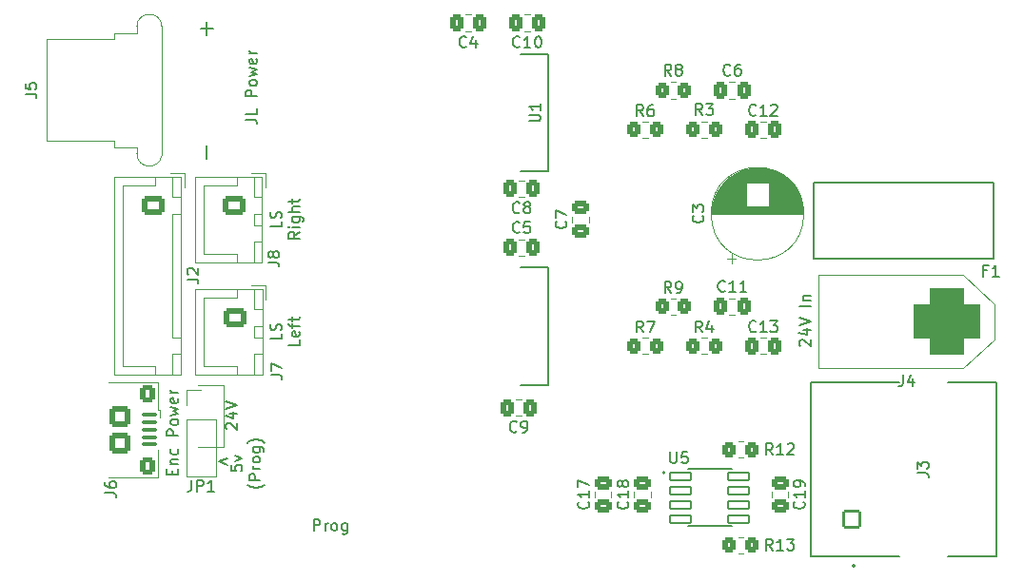
<source format=gto>
%TF.GenerationSoftware,KiCad,Pcbnew,8.0.3-8.0.3-0~ubuntu22.04.1*%
%TF.CreationDate,2024-07-07T00:06:27-04:00*%
%TF.ProjectId,arm_drive_jl,61726d5f-6472-4697-9665-5f6a6c2e6b69,rev?*%
%TF.SameCoordinates,Original*%
%TF.FileFunction,Legend,Top*%
%TF.FilePolarity,Positive*%
%FSLAX46Y46*%
G04 Gerber Fmt 4.6, Leading zero omitted, Abs format (unit mm)*
G04 Created by KiCad (PCBNEW 8.0.3-8.0.3-0~ubuntu22.04.1) date 2024-07-07 00:06:27*
%MOMM*%
%LPD*%
G01*
G04 APERTURE LIST*
G04 Aperture macros list*
%AMRoundRect*
0 Rectangle with rounded corners*
0 $1 Rounding radius*
0 $2 $3 $4 $5 $6 $7 $8 $9 X,Y pos of 4 corners*
0 Add a 4 corners polygon primitive as box body*
4,1,4,$2,$3,$4,$5,$6,$7,$8,$9,$2,$3,0*
0 Add four circle primitives for the rounded corners*
1,1,$1+$1,$2,$3*
1,1,$1+$1,$4,$5*
1,1,$1+$1,$6,$7*
1,1,$1+$1,$8,$9*
0 Add four rect primitives between the rounded corners*
20,1,$1+$1,$2,$3,$4,$5,0*
20,1,$1+$1,$4,$5,$6,$7,0*
20,1,$1+$1,$6,$7,$8,$9,0*
20,1,$1+$1,$8,$9,$2,$3,0*%
G04 Aperture macros list end*
%ADD10C,0.150000*%
%ADD11C,0.100000*%
%ADD12C,0.120000*%
%ADD13C,0.152400*%
%ADD14C,0.127000*%
%ADD15C,0.200000*%
%ADD16RoundRect,0.250000X-0.725000X0.600000X-0.725000X-0.600000X0.725000X-0.600000X0.725000X0.600000X0*%
%ADD17O,1.950000X1.700000*%
%ADD18RoundRect,0.250000X-0.750000X0.600000X-0.750000X-0.600000X0.750000X-0.600000X0.750000X0.600000X0*%
%ADD19O,2.000000X1.700000*%
%ADD20RoundRect,0.250000X0.337500X0.475000X-0.337500X0.475000X-0.337500X-0.475000X0.337500X-0.475000X0*%
%ADD21O,1.600000X0.900000*%
%ADD22RoundRect,0.250000X-0.450000X0.550000X-0.450000X-0.550000X0.450000X-0.550000X0.450000X0.550000X0*%
%ADD23RoundRect,0.250000X-0.700000X0.700000X-0.700000X-0.700000X0.700000X-0.700000X0.700000X0.700000X0*%
%ADD24RoundRect,0.100000X-0.575000X0.100000X-0.575000X-0.100000X0.575000X-0.100000X0.575000X0.100000X0*%
%ADD25RoundRect,0.250000X0.475000X-0.337500X0.475000X0.337500X-0.475000X0.337500X-0.475000X-0.337500X0*%
%ADD26RoundRect,0.250000X-0.337500X-0.475000X0.337500X-0.475000X0.337500X0.475000X-0.337500X0.475000X0*%
%ADD27R,4.683400X0.762000*%
%ADD28R,9.557400X10.312400*%
%ADD29C,1.400000*%
%ADD30R,3.500000X3.500000*%
%ADD31C,3.500000*%
%ADD32RoundRect,0.250000X0.350000X0.450000X-0.350000X0.450000X-0.350000X-0.450000X0.350000X-0.450000X0*%
%ADD33R,1.600000X1.600000*%
%ADD34C,1.600000*%
%ADD35RoundRect,0.250000X-0.350000X-0.450000X0.350000X-0.450000X0.350000X0.450000X-0.350000X0.450000X0*%
%ADD36C,2.604000*%
%ADD37RoundRect,1.500000X1.500000X1.500000X-1.500000X1.500000X-1.500000X-1.500000X1.500000X-1.500000X0*%
%ADD38C,6.000000*%
%ADD39C,3.600000*%
%ADD40C,5.600000*%
%ADD41C,3.300000*%
%ADD42RoundRect,0.102000X0.704000X-0.704000X0.704000X0.704000X-0.704000X0.704000X-0.704000X-0.704000X0*%
%ADD43C,1.612000*%
%ADD44RoundRect,0.055580X-0.921420X-0.341420X0.921420X-0.341420X0.921420X0.341420X-0.921420X0.341420X0*%
%ADD45R,1.700000X1.700000*%
%ADD46O,1.700000X1.700000*%
%ADD47O,0.900000X1.600000*%
G04 APERTURE END LIST*
D10*
X99050057Y-67511904D02*
X99002438Y-67464285D01*
X99002438Y-67464285D02*
X98954819Y-67369047D01*
X98954819Y-67369047D02*
X98954819Y-67130952D01*
X98954819Y-67130952D02*
X99002438Y-67035714D01*
X99002438Y-67035714D02*
X99050057Y-66988095D01*
X99050057Y-66988095D02*
X99145295Y-66940476D01*
X99145295Y-66940476D02*
X99240533Y-66940476D01*
X99240533Y-66940476D02*
X99383390Y-66988095D01*
X99383390Y-66988095D02*
X99954819Y-67559523D01*
X99954819Y-67559523D02*
X99954819Y-66940476D01*
X99288152Y-66083333D02*
X99954819Y-66083333D01*
X98907200Y-66321428D02*
X99621485Y-66559523D01*
X99621485Y-66559523D02*
X99621485Y-65940476D01*
X98954819Y-65702380D02*
X99954819Y-65369047D01*
X99954819Y-65369047D02*
X98954819Y-65035714D01*
X99954819Y-63940475D02*
X98954819Y-63940475D01*
X99288152Y-63464285D02*
X99954819Y-63464285D01*
X99383390Y-63464285D02*
X99335771Y-63416666D01*
X99335771Y-63416666D02*
X99288152Y-63321428D01*
X99288152Y-63321428D02*
X99288152Y-63178571D01*
X99288152Y-63178571D02*
X99335771Y-63083333D01*
X99335771Y-63083333D02*
X99431009Y-63035714D01*
X99431009Y-63035714D02*
X99954819Y-63035714D01*
X49704819Y-47357143D02*
X50419104Y-47357143D01*
X50419104Y-47357143D02*
X50561961Y-47404762D01*
X50561961Y-47404762D02*
X50657200Y-47500000D01*
X50657200Y-47500000D02*
X50704819Y-47642857D01*
X50704819Y-47642857D02*
X50704819Y-47738095D01*
X50704819Y-46404762D02*
X50704819Y-46880952D01*
X50704819Y-46880952D02*
X49704819Y-46880952D01*
X50704819Y-45309523D02*
X49704819Y-45309523D01*
X49704819Y-45309523D02*
X49704819Y-44928571D01*
X49704819Y-44928571D02*
X49752438Y-44833333D01*
X49752438Y-44833333D02*
X49800057Y-44785714D01*
X49800057Y-44785714D02*
X49895295Y-44738095D01*
X49895295Y-44738095D02*
X50038152Y-44738095D01*
X50038152Y-44738095D02*
X50133390Y-44785714D01*
X50133390Y-44785714D02*
X50181009Y-44833333D01*
X50181009Y-44833333D02*
X50228628Y-44928571D01*
X50228628Y-44928571D02*
X50228628Y-45309523D01*
X50704819Y-44166666D02*
X50657200Y-44261904D01*
X50657200Y-44261904D02*
X50609580Y-44309523D01*
X50609580Y-44309523D02*
X50514342Y-44357142D01*
X50514342Y-44357142D02*
X50228628Y-44357142D01*
X50228628Y-44357142D02*
X50133390Y-44309523D01*
X50133390Y-44309523D02*
X50085771Y-44261904D01*
X50085771Y-44261904D02*
X50038152Y-44166666D01*
X50038152Y-44166666D02*
X50038152Y-44023809D01*
X50038152Y-44023809D02*
X50085771Y-43928571D01*
X50085771Y-43928571D02*
X50133390Y-43880952D01*
X50133390Y-43880952D02*
X50228628Y-43833333D01*
X50228628Y-43833333D02*
X50514342Y-43833333D01*
X50514342Y-43833333D02*
X50609580Y-43880952D01*
X50609580Y-43880952D02*
X50657200Y-43928571D01*
X50657200Y-43928571D02*
X50704819Y-44023809D01*
X50704819Y-44023809D02*
X50704819Y-44166666D01*
X50038152Y-43499999D02*
X50704819Y-43309523D01*
X50704819Y-43309523D02*
X50228628Y-43119047D01*
X50228628Y-43119047D02*
X50704819Y-42928571D01*
X50704819Y-42928571D02*
X50038152Y-42738095D01*
X50657200Y-41976190D02*
X50704819Y-42071428D01*
X50704819Y-42071428D02*
X50704819Y-42261904D01*
X50704819Y-42261904D02*
X50657200Y-42357142D01*
X50657200Y-42357142D02*
X50561961Y-42404761D01*
X50561961Y-42404761D02*
X50181009Y-42404761D01*
X50181009Y-42404761D02*
X50085771Y-42357142D01*
X50085771Y-42357142D02*
X50038152Y-42261904D01*
X50038152Y-42261904D02*
X50038152Y-42071428D01*
X50038152Y-42071428D02*
X50085771Y-41976190D01*
X50085771Y-41976190D02*
X50181009Y-41928571D01*
X50181009Y-41928571D02*
X50276247Y-41928571D01*
X50276247Y-41928571D02*
X50371485Y-42404761D01*
X50704819Y-41499999D02*
X50038152Y-41499999D01*
X50228628Y-41499999D02*
X50133390Y-41452380D01*
X50133390Y-41452380D02*
X50085771Y-41404761D01*
X50085771Y-41404761D02*
X50038152Y-41309523D01*
X50038152Y-41309523D02*
X50038152Y-41214285D01*
X52899847Y-56416666D02*
X52899847Y-56892856D01*
X52899847Y-56892856D02*
X51899847Y-56892856D01*
X52852228Y-56130951D02*
X52899847Y-55988094D01*
X52899847Y-55988094D02*
X52899847Y-55749999D01*
X52899847Y-55749999D02*
X52852228Y-55654761D01*
X52852228Y-55654761D02*
X52804608Y-55607142D01*
X52804608Y-55607142D02*
X52709370Y-55559523D01*
X52709370Y-55559523D02*
X52614132Y-55559523D01*
X52614132Y-55559523D02*
X52518894Y-55607142D01*
X52518894Y-55607142D02*
X52471275Y-55654761D01*
X52471275Y-55654761D02*
X52423656Y-55749999D01*
X52423656Y-55749999D02*
X52376037Y-55940475D01*
X52376037Y-55940475D02*
X52328418Y-56035713D01*
X52328418Y-56035713D02*
X52280799Y-56083332D01*
X52280799Y-56083332D02*
X52185561Y-56130951D01*
X52185561Y-56130951D02*
X52090323Y-56130951D01*
X52090323Y-56130951D02*
X51995085Y-56083332D01*
X51995085Y-56083332D02*
X51947466Y-56035713D01*
X51947466Y-56035713D02*
X51899847Y-55940475D01*
X51899847Y-55940475D02*
X51899847Y-55702380D01*
X51899847Y-55702380D02*
X51947466Y-55559523D01*
X54509791Y-57369047D02*
X54033600Y-57702380D01*
X54509791Y-57940475D02*
X53509791Y-57940475D01*
X53509791Y-57940475D02*
X53509791Y-57559523D01*
X53509791Y-57559523D02*
X53557410Y-57464285D01*
X53557410Y-57464285D02*
X53605029Y-57416666D01*
X53605029Y-57416666D02*
X53700267Y-57369047D01*
X53700267Y-57369047D02*
X53843124Y-57369047D01*
X53843124Y-57369047D02*
X53938362Y-57416666D01*
X53938362Y-57416666D02*
X53985981Y-57464285D01*
X53985981Y-57464285D02*
X54033600Y-57559523D01*
X54033600Y-57559523D02*
X54033600Y-57940475D01*
X54509791Y-56940475D02*
X53843124Y-56940475D01*
X53509791Y-56940475D02*
X53557410Y-56988094D01*
X53557410Y-56988094D02*
X53605029Y-56940475D01*
X53605029Y-56940475D02*
X53557410Y-56892856D01*
X53557410Y-56892856D02*
X53509791Y-56940475D01*
X53509791Y-56940475D02*
X53605029Y-56940475D01*
X53843124Y-56035714D02*
X54652648Y-56035714D01*
X54652648Y-56035714D02*
X54747886Y-56083333D01*
X54747886Y-56083333D02*
X54795505Y-56130952D01*
X54795505Y-56130952D02*
X54843124Y-56226190D01*
X54843124Y-56226190D02*
X54843124Y-56369047D01*
X54843124Y-56369047D02*
X54795505Y-56464285D01*
X54462172Y-56035714D02*
X54509791Y-56130952D01*
X54509791Y-56130952D02*
X54509791Y-56321428D01*
X54509791Y-56321428D02*
X54462172Y-56416666D01*
X54462172Y-56416666D02*
X54414552Y-56464285D01*
X54414552Y-56464285D02*
X54319314Y-56511904D01*
X54319314Y-56511904D02*
X54033600Y-56511904D01*
X54033600Y-56511904D02*
X53938362Y-56464285D01*
X53938362Y-56464285D02*
X53890743Y-56416666D01*
X53890743Y-56416666D02*
X53843124Y-56321428D01*
X53843124Y-56321428D02*
X53843124Y-56130952D01*
X53843124Y-56130952D02*
X53890743Y-56035714D01*
X54509791Y-55559523D02*
X53509791Y-55559523D01*
X54509791Y-55130952D02*
X53985981Y-55130952D01*
X53985981Y-55130952D02*
X53890743Y-55178571D01*
X53890743Y-55178571D02*
X53843124Y-55273809D01*
X53843124Y-55273809D02*
X53843124Y-55416666D01*
X53843124Y-55416666D02*
X53890743Y-55511904D01*
X53890743Y-55511904D02*
X53938362Y-55559523D01*
X53843124Y-54797618D02*
X53843124Y-54416666D01*
X53509791Y-54654761D02*
X54366933Y-54654761D01*
X54366933Y-54654761D02*
X54462172Y-54607142D01*
X54462172Y-54607142D02*
X54509791Y-54511904D01*
X54509791Y-54511904D02*
X54509791Y-54416666D01*
X52899847Y-66416666D02*
X52899847Y-66892856D01*
X52899847Y-66892856D02*
X51899847Y-66892856D01*
X52852228Y-66130951D02*
X52899847Y-65988094D01*
X52899847Y-65988094D02*
X52899847Y-65749999D01*
X52899847Y-65749999D02*
X52852228Y-65654761D01*
X52852228Y-65654761D02*
X52804608Y-65607142D01*
X52804608Y-65607142D02*
X52709370Y-65559523D01*
X52709370Y-65559523D02*
X52614132Y-65559523D01*
X52614132Y-65559523D02*
X52518894Y-65607142D01*
X52518894Y-65607142D02*
X52471275Y-65654761D01*
X52471275Y-65654761D02*
X52423656Y-65749999D01*
X52423656Y-65749999D02*
X52376037Y-65940475D01*
X52376037Y-65940475D02*
X52328418Y-66035713D01*
X52328418Y-66035713D02*
X52280799Y-66083332D01*
X52280799Y-66083332D02*
X52185561Y-66130951D01*
X52185561Y-66130951D02*
X52090323Y-66130951D01*
X52090323Y-66130951D02*
X51995085Y-66083332D01*
X51995085Y-66083332D02*
X51947466Y-66035713D01*
X51947466Y-66035713D02*
X51899847Y-65940475D01*
X51899847Y-65940475D02*
X51899847Y-65702380D01*
X51899847Y-65702380D02*
X51947466Y-65559523D01*
X54509791Y-66940476D02*
X54509791Y-67416666D01*
X54509791Y-67416666D02*
X53509791Y-67416666D01*
X54462172Y-66226190D02*
X54509791Y-66321428D01*
X54509791Y-66321428D02*
X54509791Y-66511904D01*
X54509791Y-66511904D02*
X54462172Y-66607142D01*
X54462172Y-66607142D02*
X54366933Y-66654761D01*
X54366933Y-66654761D02*
X53985981Y-66654761D01*
X53985981Y-66654761D02*
X53890743Y-66607142D01*
X53890743Y-66607142D02*
X53843124Y-66511904D01*
X53843124Y-66511904D02*
X53843124Y-66321428D01*
X53843124Y-66321428D02*
X53890743Y-66226190D01*
X53890743Y-66226190D02*
X53985981Y-66178571D01*
X53985981Y-66178571D02*
X54081219Y-66178571D01*
X54081219Y-66178571D02*
X54176457Y-66654761D01*
X53843124Y-65892856D02*
X53843124Y-65511904D01*
X54509791Y-65749999D02*
X53652648Y-65749999D01*
X53652648Y-65749999D02*
X53557410Y-65702380D01*
X53557410Y-65702380D02*
X53509791Y-65607142D01*
X53509791Y-65607142D02*
X53509791Y-65511904D01*
X53843124Y-65321427D02*
X53843124Y-64940475D01*
X53509791Y-65178570D02*
X54366933Y-65178570D01*
X54366933Y-65178570D02*
X54462172Y-65130951D01*
X54462172Y-65130951D02*
X54509791Y-65035713D01*
X54509791Y-65035713D02*
X54509791Y-64940475D01*
X48130953Y-77538152D02*
X47369048Y-77823866D01*
X47369048Y-77823866D02*
X48130953Y-78109580D01*
X48399847Y-78142857D02*
X48399847Y-78619047D01*
X48399847Y-78619047D02*
X48876037Y-78666666D01*
X48876037Y-78666666D02*
X48828418Y-78619047D01*
X48828418Y-78619047D02*
X48780799Y-78523809D01*
X48780799Y-78523809D02*
X48780799Y-78285714D01*
X48780799Y-78285714D02*
X48828418Y-78190476D01*
X48828418Y-78190476D02*
X48876037Y-78142857D01*
X48876037Y-78142857D02*
X48971275Y-78095238D01*
X48971275Y-78095238D02*
X49209370Y-78095238D01*
X49209370Y-78095238D02*
X49304608Y-78142857D01*
X49304608Y-78142857D02*
X49352228Y-78190476D01*
X49352228Y-78190476D02*
X49399847Y-78285714D01*
X49399847Y-78285714D02*
X49399847Y-78523809D01*
X49399847Y-78523809D02*
X49352228Y-78619047D01*
X49352228Y-78619047D02*
X49304608Y-78666666D01*
X48733180Y-77761904D02*
X49399847Y-77523809D01*
X49399847Y-77523809D02*
X48733180Y-77285714D01*
X51390743Y-79857143D02*
X51343124Y-79904762D01*
X51343124Y-79904762D02*
X51200267Y-80000000D01*
X51200267Y-80000000D02*
X51105029Y-80047619D01*
X51105029Y-80047619D02*
X50962172Y-80095238D01*
X50962172Y-80095238D02*
X50724076Y-80142857D01*
X50724076Y-80142857D02*
X50533600Y-80142857D01*
X50533600Y-80142857D02*
X50295505Y-80095238D01*
X50295505Y-80095238D02*
X50152648Y-80047619D01*
X50152648Y-80047619D02*
X50057410Y-80000000D01*
X50057410Y-80000000D02*
X49914552Y-79904762D01*
X49914552Y-79904762D02*
X49866933Y-79857143D01*
X51009791Y-79476190D02*
X50009791Y-79476190D01*
X50009791Y-79476190D02*
X50009791Y-79095238D01*
X50009791Y-79095238D02*
X50057410Y-79000000D01*
X50057410Y-79000000D02*
X50105029Y-78952381D01*
X50105029Y-78952381D02*
X50200267Y-78904762D01*
X50200267Y-78904762D02*
X50343124Y-78904762D01*
X50343124Y-78904762D02*
X50438362Y-78952381D01*
X50438362Y-78952381D02*
X50485981Y-79000000D01*
X50485981Y-79000000D02*
X50533600Y-79095238D01*
X50533600Y-79095238D02*
X50533600Y-79476190D01*
X51009791Y-78476190D02*
X50343124Y-78476190D01*
X50533600Y-78476190D02*
X50438362Y-78428571D01*
X50438362Y-78428571D02*
X50390743Y-78380952D01*
X50390743Y-78380952D02*
X50343124Y-78285714D01*
X50343124Y-78285714D02*
X50343124Y-78190476D01*
X51009791Y-77714285D02*
X50962172Y-77809523D01*
X50962172Y-77809523D02*
X50914552Y-77857142D01*
X50914552Y-77857142D02*
X50819314Y-77904761D01*
X50819314Y-77904761D02*
X50533600Y-77904761D01*
X50533600Y-77904761D02*
X50438362Y-77857142D01*
X50438362Y-77857142D02*
X50390743Y-77809523D01*
X50390743Y-77809523D02*
X50343124Y-77714285D01*
X50343124Y-77714285D02*
X50343124Y-77571428D01*
X50343124Y-77571428D02*
X50390743Y-77476190D01*
X50390743Y-77476190D02*
X50438362Y-77428571D01*
X50438362Y-77428571D02*
X50533600Y-77380952D01*
X50533600Y-77380952D02*
X50819314Y-77380952D01*
X50819314Y-77380952D02*
X50914552Y-77428571D01*
X50914552Y-77428571D02*
X50962172Y-77476190D01*
X50962172Y-77476190D02*
X51009791Y-77571428D01*
X51009791Y-77571428D02*
X51009791Y-77714285D01*
X50343124Y-76523809D02*
X51152648Y-76523809D01*
X51152648Y-76523809D02*
X51247886Y-76571428D01*
X51247886Y-76571428D02*
X51295505Y-76619047D01*
X51295505Y-76619047D02*
X51343124Y-76714285D01*
X51343124Y-76714285D02*
X51343124Y-76857142D01*
X51343124Y-76857142D02*
X51295505Y-76952380D01*
X50962172Y-76523809D02*
X51009791Y-76619047D01*
X51009791Y-76619047D02*
X51009791Y-76809523D01*
X51009791Y-76809523D02*
X50962172Y-76904761D01*
X50962172Y-76904761D02*
X50914552Y-76952380D01*
X50914552Y-76952380D02*
X50819314Y-76999999D01*
X50819314Y-76999999D02*
X50533600Y-76999999D01*
X50533600Y-76999999D02*
X50438362Y-76952380D01*
X50438362Y-76952380D02*
X50390743Y-76904761D01*
X50390743Y-76904761D02*
X50343124Y-76809523D01*
X50343124Y-76809523D02*
X50343124Y-76619047D01*
X50343124Y-76619047D02*
X50390743Y-76523809D01*
X51390743Y-76142856D02*
X51343124Y-76095237D01*
X51343124Y-76095237D02*
X51200267Y-75999999D01*
X51200267Y-75999999D02*
X51105029Y-75952380D01*
X51105029Y-75952380D02*
X50962172Y-75904761D01*
X50962172Y-75904761D02*
X50724076Y-75857142D01*
X50724076Y-75857142D02*
X50533600Y-75857142D01*
X50533600Y-75857142D02*
X50295505Y-75904761D01*
X50295505Y-75904761D02*
X50152648Y-75952380D01*
X50152648Y-75952380D02*
X50057410Y-75999999D01*
X50057410Y-75999999D02*
X49914552Y-76095237D01*
X49914552Y-76095237D02*
X49866933Y-76142856D01*
X48050057Y-74940475D02*
X48002438Y-74892856D01*
X48002438Y-74892856D02*
X47954819Y-74797618D01*
X47954819Y-74797618D02*
X47954819Y-74559523D01*
X47954819Y-74559523D02*
X48002438Y-74464285D01*
X48002438Y-74464285D02*
X48050057Y-74416666D01*
X48050057Y-74416666D02*
X48145295Y-74369047D01*
X48145295Y-74369047D02*
X48240533Y-74369047D01*
X48240533Y-74369047D02*
X48383390Y-74416666D01*
X48383390Y-74416666D02*
X48954819Y-74988094D01*
X48954819Y-74988094D02*
X48954819Y-74369047D01*
X48288152Y-73511904D02*
X48954819Y-73511904D01*
X47907200Y-73749999D02*
X48621485Y-73988094D01*
X48621485Y-73988094D02*
X48621485Y-73369047D01*
X47954819Y-73130951D02*
X48954819Y-72797618D01*
X48954819Y-72797618D02*
X47954819Y-72464285D01*
D11*
X47750000Y-71000000D02*
X45500000Y-71000000D01*
X47750000Y-76500000D02*
X47750000Y-71000000D01*
X45500000Y-76500000D02*
X47750000Y-76500000D01*
D10*
X55773809Y-83954819D02*
X55773809Y-82954819D01*
X55773809Y-82954819D02*
X56154761Y-82954819D01*
X56154761Y-82954819D02*
X56249999Y-83002438D01*
X56249999Y-83002438D02*
X56297618Y-83050057D01*
X56297618Y-83050057D02*
X56345237Y-83145295D01*
X56345237Y-83145295D02*
X56345237Y-83288152D01*
X56345237Y-83288152D02*
X56297618Y-83383390D01*
X56297618Y-83383390D02*
X56249999Y-83431009D01*
X56249999Y-83431009D02*
X56154761Y-83478628D01*
X56154761Y-83478628D02*
X55773809Y-83478628D01*
X56773809Y-83954819D02*
X56773809Y-83288152D01*
X56773809Y-83478628D02*
X56821428Y-83383390D01*
X56821428Y-83383390D02*
X56869047Y-83335771D01*
X56869047Y-83335771D02*
X56964285Y-83288152D01*
X56964285Y-83288152D02*
X57059523Y-83288152D01*
X57535714Y-83954819D02*
X57440476Y-83907200D01*
X57440476Y-83907200D02*
X57392857Y-83859580D01*
X57392857Y-83859580D02*
X57345238Y-83764342D01*
X57345238Y-83764342D02*
X57345238Y-83478628D01*
X57345238Y-83478628D02*
X57392857Y-83383390D01*
X57392857Y-83383390D02*
X57440476Y-83335771D01*
X57440476Y-83335771D02*
X57535714Y-83288152D01*
X57535714Y-83288152D02*
X57678571Y-83288152D01*
X57678571Y-83288152D02*
X57773809Y-83335771D01*
X57773809Y-83335771D02*
X57821428Y-83383390D01*
X57821428Y-83383390D02*
X57869047Y-83478628D01*
X57869047Y-83478628D02*
X57869047Y-83764342D01*
X57869047Y-83764342D02*
X57821428Y-83859580D01*
X57821428Y-83859580D02*
X57773809Y-83907200D01*
X57773809Y-83907200D02*
X57678571Y-83954819D01*
X57678571Y-83954819D02*
X57535714Y-83954819D01*
X58726190Y-83288152D02*
X58726190Y-84097676D01*
X58726190Y-84097676D02*
X58678571Y-84192914D01*
X58678571Y-84192914D02*
X58630952Y-84240533D01*
X58630952Y-84240533D02*
X58535714Y-84288152D01*
X58535714Y-84288152D02*
X58392857Y-84288152D01*
X58392857Y-84288152D02*
X58297619Y-84240533D01*
X58726190Y-83907200D02*
X58630952Y-83954819D01*
X58630952Y-83954819D02*
X58440476Y-83954819D01*
X58440476Y-83954819D02*
X58345238Y-83907200D01*
X58345238Y-83907200D02*
X58297619Y-83859580D01*
X58297619Y-83859580D02*
X58250000Y-83764342D01*
X58250000Y-83764342D02*
X58250000Y-83478628D01*
X58250000Y-83478628D02*
X58297619Y-83383390D01*
X58297619Y-83383390D02*
X58345238Y-83335771D01*
X58345238Y-83335771D02*
X58440476Y-83288152D01*
X58440476Y-83288152D02*
X58630952Y-83288152D01*
X58630952Y-83288152D02*
X58726190Y-83335771D01*
X43181009Y-78940476D02*
X43181009Y-78607143D01*
X43704819Y-78464286D02*
X43704819Y-78940476D01*
X43704819Y-78940476D02*
X42704819Y-78940476D01*
X42704819Y-78940476D02*
X42704819Y-78464286D01*
X43038152Y-78035714D02*
X43704819Y-78035714D01*
X43133390Y-78035714D02*
X43085771Y-77988095D01*
X43085771Y-77988095D02*
X43038152Y-77892857D01*
X43038152Y-77892857D02*
X43038152Y-77750000D01*
X43038152Y-77750000D02*
X43085771Y-77654762D01*
X43085771Y-77654762D02*
X43181009Y-77607143D01*
X43181009Y-77607143D02*
X43704819Y-77607143D01*
X43657200Y-76702381D02*
X43704819Y-76797619D01*
X43704819Y-76797619D02*
X43704819Y-76988095D01*
X43704819Y-76988095D02*
X43657200Y-77083333D01*
X43657200Y-77083333D02*
X43609580Y-77130952D01*
X43609580Y-77130952D02*
X43514342Y-77178571D01*
X43514342Y-77178571D02*
X43228628Y-77178571D01*
X43228628Y-77178571D02*
X43133390Y-77130952D01*
X43133390Y-77130952D02*
X43085771Y-77083333D01*
X43085771Y-77083333D02*
X43038152Y-76988095D01*
X43038152Y-76988095D02*
X43038152Y-76797619D01*
X43038152Y-76797619D02*
X43085771Y-76702381D01*
X43704819Y-75511904D02*
X42704819Y-75511904D01*
X42704819Y-75511904D02*
X42704819Y-75130952D01*
X42704819Y-75130952D02*
X42752438Y-75035714D01*
X42752438Y-75035714D02*
X42800057Y-74988095D01*
X42800057Y-74988095D02*
X42895295Y-74940476D01*
X42895295Y-74940476D02*
X43038152Y-74940476D01*
X43038152Y-74940476D02*
X43133390Y-74988095D01*
X43133390Y-74988095D02*
X43181009Y-75035714D01*
X43181009Y-75035714D02*
X43228628Y-75130952D01*
X43228628Y-75130952D02*
X43228628Y-75511904D01*
X43704819Y-74369047D02*
X43657200Y-74464285D01*
X43657200Y-74464285D02*
X43609580Y-74511904D01*
X43609580Y-74511904D02*
X43514342Y-74559523D01*
X43514342Y-74559523D02*
X43228628Y-74559523D01*
X43228628Y-74559523D02*
X43133390Y-74511904D01*
X43133390Y-74511904D02*
X43085771Y-74464285D01*
X43085771Y-74464285D02*
X43038152Y-74369047D01*
X43038152Y-74369047D02*
X43038152Y-74226190D01*
X43038152Y-74226190D02*
X43085771Y-74130952D01*
X43085771Y-74130952D02*
X43133390Y-74083333D01*
X43133390Y-74083333D02*
X43228628Y-74035714D01*
X43228628Y-74035714D02*
X43514342Y-74035714D01*
X43514342Y-74035714D02*
X43609580Y-74083333D01*
X43609580Y-74083333D02*
X43657200Y-74130952D01*
X43657200Y-74130952D02*
X43704819Y-74226190D01*
X43704819Y-74226190D02*
X43704819Y-74369047D01*
X43038152Y-73702380D02*
X43704819Y-73511904D01*
X43704819Y-73511904D02*
X43228628Y-73321428D01*
X43228628Y-73321428D02*
X43704819Y-73130952D01*
X43704819Y-73130952D02*
X43038152Y-72940476D01*
X43657200Y-72178571D02*
X43704819Y-72273809D01*
X43704819Y-72273809D02*
X43704819Y-72464285D01*
X43704819Y-72464285D02*
X43657200Y-72559523D01*
X43657200Y-72559523D02*
X43561961Y-72607142D01*
X43561961Y-72607142D02*
X43181009Y-72607142D01*
X43181009Y-72607142D02*
X43085771Y-72559523D01*
X43085771Y-72559523D02*
X43038152Y-72464285D01*
X43038152Y-72464285D02*
X43038152Y-72273809D01*
X43038152Y-72273809D02*
X43085771Y-72178571D01*
X43085771Y-72178571D02*
X43181009Y-72130952D01*
X43181009Y-72130952D02*
X43276247Y-72130952D01*
X43276247Y-72130952D02*
X43371485Y-72607142D01*
X43704819Y-71702380D02*
X43038152Y-71702380D01*
X43228628Y-71702380D02*
X43133390Y-71654761D01*
X43133390Y-71654761D02*
X43085771Y-71607142D01*
X43085771Y-71607142D02*
X43038152Y-71511904D01*
X43038152Y-71511904D02*
X43038152Y-71416666D01*
X44504819Y-61583333D02*
X45219104Y-61583333D01*
X45219104Y-61583333D02*
X45361961Y-61630952D01*
X45361961Y-61630952D02*
X45457200Y-61726190D01*
X45457200Y-61726190D02*
X45504819Y-61869047D01*
X45504819Y-61869047D02*
X45504819Y-61964285D01*
X44600057Y-61154761D02*
X44552438Y-61107142D01*
X44552438Y-61107142D02*
X44504819Y-61011904D01*
X44504819Y-61011904D02*
X44504819Y-60773809D01*
X44504819Y-60773809D02*
X44552438Y-60678571D01*
X44552438Y-60678571D02*
X44600057Y-60630952D01*
X44600057Y-60630952D02*
X44695295Y-60583333D01*
X44695295Y-60583333D02*
X44790533Y-60583333D01*
X44790533Y-60583333D02*
X44933390Y-60630952D01*
X44933390Y-60630952D02*
X45504819Y-61202380D01*
X45504819Y-61202380D02*
X45504819Y-60583333D01*
X51704819Y-60083333D02*
X52419104Y-60083333D01*
X52419104Y-60083333D02*
X52561961Y-60130952D01*
X52561961Y-60130952D02*
X52657200Y-60226190D01*
X52657200Y-60226190D02*
X52704819Y-60369047D01*
X52704819Y-60369047D02*
X52704819Y-60464285D01*
X52133390Y-59464285D02*
X52085771Y-59559523D01*
X52085771Y-59559523D02*
X52038152Y-59607142D01*
X52038152Y-59607142D02*
X51942914Y-59654761D01*
X51942914Y-59654761D02*
X51895295Y-59654761D01*
X51895295Y-59654761D02*
X51800057Y-59607142D01*
X51800057Y-59607142D02*
X51752438Y-59559523D01*
X51752438Y-59559523D02*
X51704819Y-59464285D01*
X51704819Y-59464285D02*
X51704819Y-59273809D01*
X51704819Y-59273809D02*
X51752438Y-59178571D01*
X51752438Y-59178571D02*
X51800057Y-59130952D01*
X51800057Y-59130952D02*
X51895295Y-59083333D01*
X51895295Y-59083333D02*
X51942914Y-59083333D01*
X51942914Y-59083333D02*
X52038152Y-59130952D01*
X52038152Y-59130952D02*
X52085771Y-59178571D01*
X52085771Y-59178571D02*
X52133390Y-59273809D01*
X52133390Y-59273809D02*
X52133390Y-59464285D01*
X52133390Y-59464285D02*
X52181009Y-59559523D01*
X52181009Y-59559523D02*
X52228628Y-59607142D01*
X52228628Y-59607142D02*
X52323866Y-59654761D01*
X52323866Y-59654761D02*
X52514342Y-59654761D01*
X52514342Y-59654761D02*
X52609580Y-59607142D01*
X52609580Y-59607142D02*
X52657200Y-59559523D01*
X52657200Y-59559523D02*
X52704819Y-59464285D01*
X52704819Y-59464285D02*
X52704819Y-59273809D01*
X52704819Y-59273809D02*
X52657200Y-59178571D01*
X52657200Y-59178571D02*
X52609580Y-59130952D01*
X52609580Y-59130952D02*
X52514342Y-59083333D01*
X52514342Y-59083333D02*
X52323866Y-59083333D01*
X52323866Y-59083333D02*
X52228628Y-59130952D01*
X52228628Y-59130952D02*
X52181009Y-59178571D01*
X52181009Y-59178571D02*
X52133390Y-59273809D01*
X92357142Y-62609580D02*
X92309523Y-62657200D01*
X92309523Y-62657200D02*
X92166666Y-62704819D01*
X92166666Y-62704819D02*
X92071428Y-62704819D01*
X92071428Y-62704819D02*
X91928571Y-62657200D01*
X91928571Y-62657200D02*
X91833333Y-62561961D01*
X91833333Y-62561961D02*
X91785714Y-62466723D01*
X91785714Y-62466723D02*
X91738095Y-62276247D01*
X91738095Y-62276247D02*
X91738095Y-62133390D01*
X91738095Y-62133390D02*
X91785714Y-61942914D01*
X91785714Y-61942914D02*
X91833333Y-61847676D01*
X91833333Y-61847676D02*
X91928571Y-61752438D01*
X91928571Y-61752438D02*
X92071428Y-61704819D01*
X92071428Y-61704819D02*
X92166666Y-61704819D01*
X92166666Y-61704819D02*
X92309523Y-61752438D01*
X92309523Y-61752438D02*
X92357142Y-61800057D01*
X93309523Y-62704819D02*
X92738095Y-62704819D01*
X93023809Y-62704819D02*
X93023809Y-61704819D01*
X93023809Y-61704819D02*
X92928571Y-61847676D01*
X92928571Y-61847676D02*
X92833333Y-61942914D01*
X92833333Y-61942914D02*
X92738095Y-61990533D01*
X94261904Y-62704819D02*
X93690476Y-62704819D01*
X93976190Y-62704819D02*
X93976190Y-61704819D01*
X93976190Y-61704819D02*
X93880952Y-61847676D01*
X93880952Y-61847676D02*
X93785714Y-61942914D01*
X93785714Y-61942914D02*
X93690476Y-61990533D01*
X37204819Y-80583333D02*
X37919104Y-80583333D01*
X37919104Y-80583333D02*
X38061961Y-80630952D01*
X38061961Y-80630952D02*
X38157200Y-80726190D01*
X38157200Y-80726190D02*
X38204819Y-80869047D01*
X38204819Y-80869047D02*
X38204819Y-80964285D01*
X37204819Y-79678571D02*
X37204819Y-79869047D01*
X37204819Y-79869047D02*
X37252438Y-79964285D01*
X37252438Y-79964285D02*
X37300057Y-80011904D01*
X37300057Y-80011904D02*
X37442914Y-80107142D01*
X37442914Y-80107142D02*
X37633390Y-80154761D01*
X37633390Y-80154761D02*
X38014342Y-80154761D01*
X38014342Y-80154761D02*
X38109580Y-80107142D01*
X38109580Y-80107142D02*
X38157200Y-80059523D01*
X38157200Y-80059523D02*
X38204819Y-79964285D01*
X38204819Y-79964285D02*
X38204819Y-79773809D01*
X38204819Y-79773809D02*
X38157200Y-79678571D01*
X38157200Y-79678571D02*
X38109580Y-79630952D01*
X38109580Y-79630952D02*
X38014342Y-79583333D01*
X38014342Y-79583333D02*
X37776247Y-79583333D01*
X37776247Y-79583333D02*
X37681009Y-79630952D01*
X37681009Y-79630952D02*
X37633390Y-79678571D01*
X37633390Y-79678571D02*
X37585771Y-79773809D01*
X37585771Y-79773809D02*
X37585771Y-79964285D01*
X37585771Y-79964285D02*
X37633390Y-80059523D01*
X37633390Y-80059523D02*
X37681009Y-80107142D01*
X37681009Y-80107142D02*
X37776247Y-80154761D01*
X83679580Y-81392857D02*
X83727200Y-81440476D01*
X83727200Y-81440476D02*
X83774819Y-81583333D01*
X83774819Y-81583333D02*
X83774819Y-81678571D01*
X83774819Y-81678571D02*
X83727200Y-81821428D01*
X83727200Y-81821428D02*
X83631961Y-81916666D01*
X83631961Y-81916666D02*
X83536723Y-81964285D01*
X83536723Y-81964285D02*
X83346247Y-82011904D01*
X83346247Y-82011904D02*
X83203390Y-82011904D01*
X83203390Y-82011904D02*
X83012914Y-81964285D01*
X83012914Y-81964285D02*
X82917676Y-81916666D01*
X82917676Y-81916666D02*
X82822438Y-81821428D01*
X82822438Y-81821428D02*
X82774819Y-81678571D01*
X82774819Y-81678571D02*
X82774819Y-81583333D01*
X82774819Y-81583333D02*
X82822438Y-81440476D01*
X82822438Y-81440476D02*
X82870057Y-81392857D01*
X83774819Y-80440476D02*
X83774819Y-81011904D01*
X83774819Y-80726190D02*
X82774819Y-80726190D01*
X82774819Y-80726190D02*
X82917676Y-80821428D01*
X82917676Y-80821428D02*
X83012914Y-80916666D01*
X83012914Y-80916666D02*
X83060533Y-81011904D01*
X83203390Y-79869047D02*
X83155771Y-79964285D01*
X83155771Y-79964285D02*
X83108152Y-80011904D01*
X83108152Y-80011904D02*
X83012914Y-80059523D01*
X83012914Y-80059523D02*
X82965295Y-80059523D01*
X82965295Y-80059523D02*
X82870057Y-80011904D01*
X82870057Y-80011904D02*
X82822438Y-79964285D01*
X82822438Y-79964285D02*
X82774819Y-79869047D01*
X82774819Y-79869047D02*
X82774819Y-79678571D01*
X82774819Y-79678571D02*
X82822438Y-79583333D01*
X82822438Y-79583333D02*
X82870057Y-79535714D01*
X82870057Y-79535714D02*
X82965295Y-79488095D01*
X82965295Y-79488095D02*
X83012914Y-79488095D01*
X83012914Y-79488095D02*
X83108152Y-79535714D01*
X83108152Y-79535714D02*
X83155771Y-79583333D01*
X83155771Y-79583333D02*
X83203390Y-79678571D01*
X83203390Y-79678571D02*
X83203390Y-79869047D01*
X83203390Y-79869047D02*
X83251009Y-79964285D01*
X83251009Y-79964285D02*
X83298628Y-80011904D01*
X83298628Y-80011904D02*
X83393866Y-80059523D01*
X83393866Y-80059523D02*
X83584342Y-80059523D01*
X83584342Y-80059523D02*
X83679580Y-80011904D01*
X83679580Y-80011904D02*
X83727200Y-79964285D01*
X83727200Y-79964285D02*
X83774819Y-79869047D01*
X83774819Y-79869047D02*
X83774819Y-79678571D01*
X83774819Y-79678571D02*
X83727200Y-79583333D01*
X83727200Y-79583333D02*
X83679580Y-79535714D01*
X83679580Y-79535714D02*
X83584342Y-79488095D01*
X83584342Y-79488095D02*
X83393866Y-79488095D01*
X83393866Y-79488095D02*
X83298628Y-79535714D01*
X83298628Y-79535714D02*
X83251009Y-79583333D01*
X83251009Y-79583333D02*
X83203390Y-79678571D01*
X74083333Y-55609580D02*
X74035714Y-55657200D01*
X74035714Y-55657200D02*
X73892857Y-55704819D01*
X73892857Y-55704819D02*
X73797619Y-55704819D01*
X73797619Y-55704819D02*
X73654762Y-55657200D01*
X73654762Y-55657200D02*
X73559524Y-55561961D01*
X73559524Y-55561961D02*
X73511905Y-55466723D01*
X73511905Y-55466723D02*
X73464286Y-55276247D01*
X73464286Y-55276247D02*
X73464286Y-55133390D01*
X73464286Y-55133390D02*
X73511905Y-54942914D01*
X73511905Y-54942914D02*
X73559524Y-54847676D01*
X73559524Y-54847676D02*
X73654762Y-54752438D01*
X73654762Y-54752438D02*
X73797619Y-54704819D01*
X73797619Y-54704819D02*
X73892857Y-54704819D01*
X73892857Y-54704819D02*
X74035714Y-54752438D01*
X74035714Y-54752438D02*
X74083333Y-54800057D01*
X74654762Y-55133390D02*
X74559524Y-55085771D01*
X74559524Y-55085771D02*
X74511905Y-55038152D01*
X74511905Y-55038152D02*
X74464286Y-54942914D01*
X74464286Y-54942914D02*
X74464286Y-54895295D01*
X74464286Y-54895295D02*
X74511905Y-54800057D01*
X74511905Y-54800057D02*
X74559524Y-54752438D01*
X74559524Y-54752438D02*
X74654762Y-54704819D01*
X74654762Y-54704819D02*
X74845238Y-54704819D01*
X74845238Y-54704819D02*
X74940476Y-54752438D01*
X74940476Y-54752438D02*
X74988095Y-54800057D01*
X74988095Y-54800057D02*
X75035714Y-54895295D01*
X75035714Y-54895295D02*
X75035714Y-54942914D01*
X75035714Y-54942914D02*
X74988095Y-55038152D01*
X74988095Y-55038152D02*
X74940476Y-55085771D01*
X74940476Y-55085771D02*
X74845238Y-55133390D01*
X74845238Y-55133390D02*
X74654762Y-55133390D01*
X74654762Y-55133390D02*
X74559524Y-55181009D01*
X74559524Y-55181009D02*
X74511905Y-55228628D01*
X74511905Y-55228628D02*
X74464286Y-55323866D01*
X74464286Y-55323866D02*
X74464286Y-55514342D01*
X74464286Y-55514342D02*
X74511905Y-55609580D01*
X74511905Y-55609580D02*
X74559524Y-55657200D01*
X74559524Y-55657200D02*
X74654762Y-55704819D01*
X74654762Y-55704819D02*
X74845238Y-55704819D01*
X74845238Y-55704819D02*
X74940476Y-55657200D01*
X74940476Y-55657200D02*
X74988095Y-55609580D01*
X74988095Y-55609580D02*
X75035714Y-55514342D01*
X75035714Y-55514342D02*
X75035714Y-55323866D01*
X75035714Y-55323866D02*
X74988095Y-55228628D01*
X74988095Y-55228628D02*
X74940476Y-55181009D01*
X74940476Y-55181009D02*
X74845238Y-55133390D01*
X74954819Y-47511904D02*
X75764342Y-47511904D01*
X75764342Y-47511904D02*
X75859580Y-47464285D01*
X75859580Y-47464285D02*
X75907200Y-47416666D01*
X75907200Y-47416666D02*
X75954819Y-47321428D01*
X75954819Y-47321428D02*
X75954819Y-47130952D01*
X75954819Y-47130952D02*
X75907200Y-47035714D01*
X75907200Y-47035714D02*
X75859580Y-46988095D01*
X75859580Y-46988095D02*
X75764342Y-46940476D01*
X75764342Y-46940476D02*
X74954819Y-46940476D01*
X75954819Y-45940476D02*
X75954819Y-46511904D01*
X75954819Y-46226190D02*
X74954819Y-46226190D01*
X74954819Y-46226190D02*
X75097676Y-46321428D01*
X75097676Y-46321428D02*
X75192914Y-46416666D01*
X75192914Y-46416666D02*
X75240533Y-46511904D01*
X78179580Y-56416666D02*
X78227200Y-56464285D01*
X78227200Y-56464285D02*
X78274819Y-56607142D01*
X78274819Y-56607142D02*
X78274819Y-56702380D01*
X78274819Y-56702380D02*
X78227200Y-56845237D01*
X78227200Y-56845237D02*
X78131961Y-56940475D01*
X78131961Y-56940475D02*
X78036723Y-56988094D01*
X78036723Y-56988094D02*
X77846247Y-57035713D01*
X77846247Y-57035713D02*
X77703390Y-57035713D01*
X77703390Y-57035713D02*
X77512914Y-56988094D01*
X77512914Y-56988094D02*
X77417676Y-56940475D01*
X77417676Y-56940475D02*
X77322438Y-56845237D01*
X77322438Y-56845237D02*
X77274819Y-56702380D01*
X77274819Y-56702380D02*
X77274819Y-56607142D01*
X77274819Y-56607142D02*
X77322438Y-56464285D01*
X77322438Y-56464285D02*
X77370057Y-56416666D01*
X77274819Y-56083332D02*
X77274819Y-55416666D01*
X77274819Y-55416666D02*
X78274819Y-55845237D01*
X30104819Y-45083333D02*
X30819104Y-45083333D01*
X30819104Y-45083333D02*
X30961961Y-45130952D01*
X30961961Y-45130952D02*
X31057200Y-45226190D01*
X31057200Y-45226190D02*
X31104819Y-45369047D01*
X31104819Y-45369047D02*
X31104819Y-45464285D01*
X30104819Y-44130952D02*
X30104819Y-44607142D01*
X30104819Y-44607142D02*
X30581009Y-44654761D01*
X30581009Y-44654761D02*
X30533390Y-44607142D01*
X30533390Y-44607142D02*
X30485771Y-44511904D01*
X30485771Y-44511904D02*
X30485771Y-44273809D01*
X30485771Y-44273809D02*
X30533390Y-44178571D01*
X30533390Y-44178571D02*
X30581009Y-44130952D01*
X30581009Y-44130952D02*
X30676247Y-44083333D01*
X30676247Y-44083333D02*
X30914342Y-44083333D01*
X30914342Y-44083333D02*
X31009580Y-44130952D01*
X31009580Y-44130952D02*
X31057200Y-44178571D01*
X31057200Y-44178571D02*
X31104819Y-44273809D01*
X31104819Y-44273809D02*
X31104819Y-44511904D01*
X31104819Y-44511904D02*
X31057200Y-44607142D01*
X31057200Y-44607142D02*
X31009580Y-44654761D01*
X46264700Y-39821428D02*
X46264700Y-38678571D01*
X46836128Y-39249999D02*
X45693271Y-39249999D01*
X46264700Y-50821428D02*
X46264700Y-49678571D01*
X90333333Y-46954819D02*
X90000000Y-46478628D01*
X89761905Y-46954819D02*
X89761905Y-45954819D01*
X89761905Y-45954819D02*
X90142857Y-45954819D01*
X90142857Y-45954819D02*
X90238095Y-46002438D01*
X90238095Y-46002438D02*
X90285714Y-46050057D01*
X90285714Y-46050057D02*
X90333333Y-46145295D01*
X90333333Y-46145295D02*
X90333333Y-46288152D01*
X90333333Y-46288152D02*
X90285714Y-46383390D01*
X90285714Y-46383390D02*
X90238095Y-46431009D01*
X90238095Y-46431009D02*
X90142857Y-46478628D01*
X90142857Y-46478628D02*
X89761905Y-46478628D01*
X90666667Y-45954819D02*
X91285714Y-45954819D01*
X91285714Y-45954819D02*
X90952381Y-46335771D01*
X90952381Y-46335771D02*
X91095238Y-46335771D01*
X91095238Y-46335771D02*
X91190476Y-46383390D01*
X91190476Y-46383390D02*
X91238095Y-46431009D01*
X91238095Y-46431009D02*
X91285714Y-46526247D01*
X91285714Y-46526247D02*
X91285714Y-46764342D01*
X91285714Y-46764342D02*
X91238095Y-46859580D01*
X91238095Y-46859580D02*
X91190476Y-46907200D01*
X91190476Y-46907200D02*
X91095238Y-46954819D01*
X91095238Y-46954819D02*
X90809524Y-46954819D01*
X90809524Y-46954819D02*
X90714286Y-46907200D01*
X90714286Y-46907200D02*
X90666667Y-46859580D01*
X90359580Y-55916666D02*
X90407200Y-55964285D01*
X90407200Y-55964285D02*
X90454819Y-56107142D01*
X90454819Y-56107142D02*
X90454819Y-56202380D01*
X90454819Y-56202380D02*
X90407200Y-56345237D01*
X90407200Y-56345237D02*
X90311961Y-56440475D01*
X90311961Y-56440475D02*
X90216723Y-56488094D01*
X90216723Y-56488094D02*
X90026247Y-56535713D01*
X90026247Y-56535713D02*
X89883390Y-56535713D01*
X89883390Y-56535713D02*
X89692914Y-56488094D01*
X89692914Y-56488094D02*
X89597676Y-56440475D01*
X89597676Y-56440475D02*
X89502438Y-56345237D01*
X89502438Y-56345237D02*
X89454819Y-56202380D01*
X89454819Y-56202380D02*
X89454819Y-56107142D01*
X89454819Y-56107142D02*
X89502438Y-55964285D01*
X89502438Y-55964285D02*
X89550057Y-55916666D01*
X89454819Y-55583332D02*
X89454819Y-54964285D01*
X89454819Y-54964285D02*
X89835771Y-55297618D01*
X89835771Y-55297618D02*
X89835771Y-55154761D01*
X89835771Y-55154761D02*
X89883390Y-55059523D01*
X89883390Y-55059523D02*
X89931009Y-55011904D01*
X89931009Y-55011904D02*
X90026247Y-54964285D01*
X90026247Y-54964285D02*
X90264342Y-54964285D01*
X90264342Y-54964285D02*
X90359580Y-55011904D01*
X90359580Y-55011904D02*
X90407200Y-55059523D01*
X90407200Y-55059523D02*
X90454819Y-55154761D01*
X90454819Y-55154761D02*
X90454819Y-55440475D01*
X90454819Y-55440475D02*
X90407200Y-55535713D01*
X90407200Y-55535713D02*
X90359580Y-55583332D01*
X69333333Y-40859580D02*
X69285714Y-40907200D01*
X69285714Y-40907200D02*
X69142857Y-40954819D01*
X69142857Y-40954819D02*
X69047619Y-40954819D01*
X69047619Y-40954819D02*
X68904762Y-40907200D01*
X68904762Y-40907200D02*
X68809524Y-40811961D01*
X68809524Y-40811961D02*
X68761905Y-40716723D01*
X68761905Y-40716723D02*
X68714286Y-40526247D01*
X68714286Y-40526247D02*
X68714286Y-40383390D01*
X68714286Y-40383390D02*
X68761905Y-40192914D01*
X68761905Y-40192914D02*
X68809524Y-40097676D01*
X68809524Y-40097676D02*
X68904762Y-40002438D01*
X68904762Y-40002438D02*
X69047619Y-39954819D01*
X69047619Y-39954819D02*
X69142857Y-39954819D01*
X69142857Y-39954819D02*
X69285714Y-40002438D01*
X69285714Y-40002438D02*
X69333333Y-40050057D01*
X70190476Y-40288152D02*
X70190476Y-40954819D01*
X69952381Y-39907200D02*
X69714286Y-40621485D01*
X69714286Y-40621485D02*
X70333333Y-40621485D01*
X80179580Y-81392857D02*
X80227200Y-81440476D01*
X80227200Y-81440476D02*
X80274819Y-81583333D01*
X80274819Y-81583333D02*
X80274819Y-81678571D01*
X80274819Y-81678571D02*
X80227200Y-81821428D01*
X80227200Y-81821428D02*
X80131961Y-81916666D01*
X80131961Y-81916666D02*
X80036723Y-81964285D01*
X80036723Y-81964285D02*
X79846247Y-82011904D01*
X79846247Y-82011904D02*
X79703390Y-82011904D01*
X79703390Y-82011904D02*
X79512914Y-81964285D01*
X79512914Y-81964285D02*
X79417676Y-81916666D01*
X79417676Y-81916666D02*
X79322438Y-81821428D01*
X79322438Y-81821428D02*
X79274819Y-81678571D01*
X79274819Y-81678571D02*
X79274819Y-81583333D01*
X79274819Y-81583333D02*
X79322438Y-81440476D01*
X79322438Y-81440476D02*
X79370057Y-81392857D01*
X80274819Y-80440476D02*
X80274819Y-81011904D01*
X80274819Y-80726190D02*
X79274819Y-80726190D01*
X79274819Y-80726190D02*
X79417676Y-80821428D01*
X79417676Y-80821428D02*
X79512914Y-80916666D01*
X79512914Y-80916666D02*
X79560533Y-81011904D01*
X79274819Y-80107142D02*
X79274819Y-79440476D01*
X79274819Y-79440476D02*
X80274819Y-79869047D01*
X87583333Y-43454819D02*
X87250000Y-42978628D01*
X87011905Y-43454819D02*
X87011905Y-42454819D01*
X87011905Y-42454819D02*
X87392857Y-42454819D01*
X87392857Y-42454819D02*
X87488095Y-42502438D01*
X87488095Y-42502438D02*
X87535714Y-42550057D01*
X87535714Y-42550057D02*
X87583333Y-42645295D01*
X87583333Y-42645295D02*
X87583333Y-42788152D01*
X87583333Y-42788152D02*
X87535714Y-42883390D01*
X87535714Y-42883390D02*
X87488095Y-42931009D01*
X87488095Y-42931009D02*
X87392857Y-42978628D01*
X87392857Y-42978628D02*
X87011905Y-42978628D01*
X88154762Y-42883390D02*
X88059524Y-42835771D01*
X88059524Y-42835771D02*
X88011905Y-42788152D01*
X88011905Y-42788152D02*
X87964286Y-42692914D01*
X87964286Y-42692914D02*
X87964286Y-42645295D01*
X87964286Y-42645295D02*
X88011905Y-42550057D01*
X88011905Y-42550057D02*
X88059524Y-42502438D01*
X88059524Y-42502438D02*
X88154762Y-42454819D01*
X88154762Y-42454819D02*
X88345238Y-42454819D01*
X88345238Y-42454819D02*
X88440476Y-42502438D01*
X88440476Y-42502438D02*
X88488095Y-42550057D01*
X88488095Y-42550057D02*
X88535714Y-42645295D01*
X88535714Y-42645295D02*
X88535714Y-42692914D01*
X88535714Y-42692914D02*
X88488095Y-42788152D01*
X88488095Y-42788152D02*
X88440476Y-42835771D01*
X88440476Y-42835771D02*
X88345238Y-42883390D01*
X88345238Y-42883390D02*
X88154762Y-42883390D01*
X88154762Y-42883390D02*
X88059524Y-42931009D01*
X88059524Y-42931009D02*
X88011905Y-42978628D01*
X88011905Y-42978628D02*
X87964286Y-43073866D01*
X87964286Y-43073866D02*
X87964286Y-43264342D01*
X87964286Y-43264342D02*
X88011905Y-43359580D01*
X88011905Y-43359580D02*
X88059524Y-43407200D01*
X88059524Y-43407200D02*
X88154762Y-43454819D01*
X88154762Y-43454819D02*
X88345238Y-43454819D01*
X88345238Y-43454819D02*
X88440476Y-43407200D01*
X88440476Y-43407200D02*
X88488095Y-43359580D01*
X88488095Y-43359580D02*
X88535714Y-43264342D01*
X88535714Y-43264342D02*
X88535714Y-43073866D01*
X88535714Y-43073866D02*
X88488095Y-42978628D01*
X88488095Y-42978628D02*
X88440476Y-42931009D01*
X88440476Y-42931009D02*
X88345238Y-42883390D01*
X115686666Y-60793509D02*
X115353333Y-60793509D01*
X115353333Y-61317319D02*
X115353333Y-60317319D01*
X115353333Y-60317319D02*
X115829523Y-60317319D01*
X116734285Y-61317319D02*
X116162857Y-61317319D01*
X116448571Y-61317319D02*
X116448571Y-60317319D01*
X116448571Y-60317319D02*
X116353333Y-60460176D01*
X116353333Y-60460176D02*
X116258095Y-60555414D01*
X116258095Y-60555414D02*
X116162857Y-60603033D01*
X51954819Y-70083333D02*
X52669104Y-70083333D01*
X52669104Y-70083333D02*
X52811961Y-70130952D01*
X52811961Y-70130952D02*
X52907200Y-70226190D01*
X52907200Y-70226190D02*
X52954819Y-70369047D01*
X52954819Y-70369047D02*
X52954819Y-70464285D01*
X51954819Y-69702380D02*
X51954819Y-69035714D01*
X51954819Y-69035714D02*
X52954819Y-69464285D01*
X99359580Y-81392857D02*
X99407200Y-81440476D01*
X99407200Y-81440476D02*
X99454819Y-81583333D01*
X99454819Y-81583333D02*
X99454819Y-81678571D01*
X99454819Y-81678571D02*
X99407200Y-81821428D01*
X99407200Y-81821428D02*
X99311961Y-81916666D01*
X99311961Y-81916666D02*
X99216723Y-81964285D01*
X99216723Y-81964285D02*
X99026247Y-82011904D01*
X99026247Y-82011904D02*
X98883390Y-82011904D01*
X98883390Y-82011904D02*
X98692914Y-81964285D01*
X98692914Y-81964285D02*
X98597676Y-81916666D01*
X98597676Y-81916666D02*
X98502438Y-81821428D01*
X98502438Y-81821428D02*
X98454819Y-81678571D01*
X98454819Y-81678571D02*
X98454819Y-81583333D01*
X98454819Y-81583333D02*
X98502438Y-81440476D01*
X98502438Y-81440476D02*
X98550057Y-81392857D01*
X99454819Y-80440476D02*
X99454819Y-81011904D01*
X99454819Y-80726190D02*
X98454819Y-80726190D01*
X98454819Y-80726190D02*
X98597676Y-80821428D01*
X98597676Y-80821428D02*
X98692914Y-80916666D01*
X98692914Y-80916666D02*
X98740533Y-81011904D01*
X99454819Y-79964285D02*
X99454819Y-79773809D01*
X99454819Y-79773809D02*
X99407200Y-79678571D01*
X99407200Y-79678571D02*
X99359580Y-79630952D01*
X99359580Y-79630952D02*
X99216723Y-79535714D01*
X99216723Y-79535714D02*
X99026247Y-79488095D01*
X99026247Y-79488095D02*
X98645295Y-79488095D01*
X98645295Y-79488095D02*
X98550057Y-79535714D01*
X98550057Y-79535714D02*
X98502438Y-79583333D01*
X98502438Y-79583333D02*
X98454819Y-79678571D01*
X98454819Y-79678571D02*
X98454819Y-79869047D01*
X98454819Y-79869047D02*
X98502438Y-79964285D01*
X98502438Y-79964285D02*
X98550057Y-80011904D01*
X98550057Y-80011904D02*
X98645295Y-80059523D01*
X98645295Y-80059523D02*
X98883390Y-80059523D01*
X98883390Y-80059523D02*
X98978628Y-80011904D01*
X98978628Y-80011904D02*
X99026247Y-79964285D01*
X99026247Y-79964285D02*
X99073866Y-79869047D01*
X99073866Y-79869047D02*
X99073866Y-79678571D01*
X99073866Y-79678571D02*
X99026247Y-79583333D01*
X99026247Y-79583333D02*
X98978628Y-79535714D01*
X98978628Y-79535714D02*
X98883390Y-79488095D01*
X74107142Y-40859580D02*
X74059523Y-40907200D01*
X74059523Y-40907200D02*
X73916666Y-40954819D01*
X73916666Y-40954819D02*
X73821428Y-40954819D01*
X73821428Y-40954819D02*
X73678571Y-40907200D01*
X73678571Y-40907200D02*
X73583333Y-40811961D01*
X73583333Y-40811961D02*
X73535714Y-40716723D01*
X73535714Y-40716723D02*
X73488095Y-40526247D01*
X73488095Y-40526247D02*
X73488095Y-40383390D01*
X73488095Y-40383390D02*
X73535714Y-40192914D01*
X73535714Y-40192914D02*
X73583333Y-40097676D01*
X73583333Y-40097676D02*
X73678571Y-40002438D01*
X73678571Y-40002438D02*
X73821428Y-39954819D01*
X73821428Y-39954819D02*
X73916666Y-39954819D01*
X73916666Y-39954819D02*
X74059523Y-40002438D01*
X74059523Y-40002438D02*
X74107142Y-40050057D01*
X75059523Y-40954819D02*
X74488095Y-40954819D01*
X74773809Y-40954819D02*
X74773809Y-39954819D01*
X74773809Y-39954819D02*
X74678571Y-40097676D01*
X74678571Y-40097676D02*
X74583333Y-40192914D01*
X74583333Y-40192914D02*
X74488095Y-40240533D01*
X75678571Y-39954819D02*
X75773809Y-39954819D01*
X75773809Y-39954819D02*
X75869047Y-40002438D01*
X75869047Y-40002438D02*
X75916666Y-40050057D01*
X75916666Y-40050057D02*
X75964285Y-40145295D01*
X75964285Y-40145295D02*
X76011904Y-40335771D01*
X76011904Y-40335771D02*
X76011904Y-40573866D01*
X76011904Y-40573866D02*
X75964285Y-40764342D01*
X75964285Y-40764342D02*
X75916666Y-40859580D01*
X75916666Y-40859580D02*
X75869047Y-40907200D01*
X75869047Y-40907200D02*
X75773809Y-40954819D01*
X75773809Y-40954819D02*
X75678571Y-40954819D01*
X75678571Y-40954819D02*
X75583333Y-40907200D01*
X75583333Y-40907200D02*
X75535714Y-40859580D01*
X75535714Y-40859580D02*
X75488095Y-40764342D01*
X75488095Y-40764342D02*
X75440476Y-40573866D01*
X75440476Y-40573866D02*
X75440476Y-40335771D01*
X75440476Y-40335771D02*
X75488095Y-40145295D01*
X75488095Y-40145295D02*
X75535714Y-40050057D01*
X75535714Y-40050057D02*
X75583333Y-40002438D01*
X75583333Y-40002438D02*
X75678571Y-39954819D01*
X85083333Y-47054819D02*
X84750000Y-46578628D01*
X84511905Y-47054819D02*
X84511905Y-46054819D01*
X84511905Y-46054819D02*
X84892857Y-46054819D01*
X84892857Y-46054819D02*
X84988095Y-46102438D01*
X84988095Y-46102438D02*
X85035714Y-46150057D01*
X85035714Y-46150057D02*
X85083333Y-46245295D01*
X85083333Y-46245295D02*
X85083333Y-46388152D01*
X85083333Y-46388152D02*
X85035714Y-46483390D01*
X85035714Y-46483390D02*
X84988095Y-46531009D01*
X84988095Y-46531009D02*
X84892857Y-46578628D01*
X84892857Y-46578628D02*
X84511905Y-46578628D01*
X85940476Y-46054819D02*
X85750000Y-46054819D01*
X85750000Y-46054819D02*
X85654762Y-46102438D01*
X85654762Y-46102438D02*
X85607143Y-46150057D01*
X85607143Y-46150057D02*
X85511905Y-46292914D01*
X85511905Y-46292914D02*
X85464286Y-46483390D01*
X85464286Y-46483390D02*
X85464286Y-46864342D01*
X85464286Y-46864342D02*
X85511905Y-46959580D01*
X85511905Y-46959580D02*
X85559524Y-47007200D01*
X85559524Y-47007200D02*
X85654762Y-47054819D01*
X85654762Y-47054819D02*
X85845238Y-47054819D01*
X85845238Y-47054819D02*
X85940476Y-47007200D01*
X85940476Y-47007200D02*
X85988095Y-46959580D01*
X85988095Y-46959580D02*
X86035714Y-46864342D01*
X86035714Y-46864342D02*
X86035714Y-46626247D01*
X86035714Y-46626247D02*
X85988095Y-46531009D01*
X85988095Y-46531009D02*
X85940476Y-46483390D01*
X85940476Y-46483390D02*
X85845238Y-46435771D01*
X85845238Y-46435771D02*
X85654762Y-46435771D01*
X85654762Y-46435771D02*
X85559524Y-46483390D01*
X85559524Y-46483390D02*
X85511905Y-46531009D01*
X85511905Y-46531009D02*
X85464286Y-46626247D01*
X87583333Y-62804819D02*
X87250000Y-62328628D01*
X87011905Y-62804819D02*
X87011905Y-61804819D01*
X87011905Y-61804819D02*
X87392857Y-61804819D01*
X87392857Y-61804819D02*
X87488095Y-61852438D01*
X87488095Y-61852438D02*
X87535714Y-61900057D01*
X87535714Y-61900057D02*
X87583333Y-61995295D01*
X87583333Y-61995295D02*
X87583333Y-62138152D01*
X87583333Y-62138152D02*
X87535714Y-62233390D01*
X87535714Y-62233390D02*
X87488095Y-62281009D01*
X87488095Y-62281009D02*
X87392857Y-62328628D01*
X87392857Y-62328628D02*
X87011905Y-62328628D01*
X88059524Y-62804819D02*
X88250000Y-62804819D01*
X88250000Y-62804819D02*
X88345238Y-62757200D01*
X88345238Y-62757200D02*
X88392857Y-62709580D01*
X88392857Y-62709580D02*
X88488095Y-62566723D01*
X88488095Y-62566723D02*
X88535714Y-62376247D01*
X88535714Y-62376247D02*
X88535714Y-61995295D01*
X88535714Y-61995295D02*
X88488095Y-61900057D01*
X88488095Y-61900057D02*
X88440476Y-61852438D01*
X88440476Y-61852438D02*
X88345238Y-61804819D01*
X88345238Y-61804819D02*
X88154762Y-61804819D01*
X88154762Y-61804819D02*
X88059524Y-61852438D01*
X88059524Y-61852438D02*
X88011905Y-61900057D01*
X88011905Y-61900057D02*
X87964286Y-61995295D01*
X87964286Y-61995295D02*
X87964286Y-62233390D01*
X87964286Y-62233390D02*
X88011905Y-62328628D01*
X88011905Y-62328628D02*
X88059524Y-62376247D01*
X88059524Y-62376247D02*
X88154762Y-62423866D01*
X88154762Y-62423866D02*
X88345238Y-62423866D01*
X88345238Y-62423866D02*
X88440476Y-62376247D01*
X88440476Y-62376247D02*
X88488095Y-62328628D01*
X88488095Y-62328628D02*
X88535714Y-62233390D01*
X108186666Y-70117319D02*
X108186666Y-70831604D01*
X108186666Y-70831604D02*
X108139047Y-70974461D01*
X108139047Y-70974461D02*
X108043809Y-71069700D01*
X108043809Y-71069700D02*
X107900952Y-71117319D01*
X107900952Y-71117319D02*
X107805714Y-71117319D01*
X109091428Y-70450652D02*
X109091428Y-71117319D01*
X108853333Y-70069700D02*
X108615238Y-70783985D01*
X108615238Y-70783985D02*
X109234285Y-70783985D01*
X71204819Y-66511904D02*
X72014342Y-66511904D01*
X72014342Y-66511904D02*
X72109580Y-66464285D01*
X72109580Y-66464285D02*
X72157200Y-66416666D01*
X72157200Y-66416666D02*
X72204819Y-66321428D01*
X72204819Y-66321428D02*
X72204819Y-66130952D01*
X72204819Y-66130952D02*
X72157200Y-66035714D01*
X72157200Y-66035714D02*
X72109580Y-65988095D01*
X72109580Y-65988095D02*
X72014342Y-65940476D01*
X72014342Y-65940476D02*
X71204819Y-65940476D01*
X71300057Y-65511904D02*
X71252438Y-65464285D01*
X71252438Y-65464285D02*
X71204819Y-65369047D01*
X71204819Y-65369047D02*
X71204819Y-65130952D01*
X71204819Y-65130952D02*
X71252438Y-65035714D01*
X71252438Y-65035714D02*
X71300057Y-64988095D01*
X71300057Y-64988095D02*
X71395295Y-64940476D01*
X71395295Y-64940476D02*
X71490533Y-64940476D01*
X71490533Y-64940476D02*
X71633390Y-64988095D01*
X71633390Y-64988095D02*
X72204819Y-65559523D01*
X72204819Y-65559523D02*
X72204819Y-64940476D01*
X96607142Y-85704819D02*
X96273809Y-85228628D01*
X96035714Y-85704819D02*
X96035714Y-84704819D01*
X96035714Y-84704819D02*
X96416666Y-84704819D01*
X96416666Y-84704819D02*
X96511904Y-84752438D01*
X96511904Y-84752438D02*
X96559523Y-84800057D01*
X96559523Y-84800057D02*
X96607142Y-84895295D01*
X96607142Y-84895295D02*
X96607142Y-85038152D01*
X96607142Y-85038152D02*
X96559523Y-85133390D01*
X96559523Y-85133390D02*
X96511904Y-85181009D01*
X96511904Y-85181009D02*
X96416666Y-85228628D01*
X96416666Y-85228628D02*
X96035714Y-85228628D01*
X97559523Y-85704819D02*
X96988095Y-85704819D01*
X97273809Y-85704819D02*
X97273809Y-84704819D01*
X97273809Y-84704819D02*
X97178571Y-84847676D01*
X97178571Y-84847676D02*
X97083333Y-84942914D01*
X97083333Y-84942914D02*
X96988095Y-84990533D01*
X97892857Y-84704819D02*
X98511904Y-84704819D01*
X98511904Y-84704819D02*
X98178571Y-85085771D01*
X98178571Y-85085771D02*
X98321428Y-85085771D01*
X98321428Y-85085771D02*
X98416666Y-85133390D01*
X98416666Y-85133390D02*
X98464285Y-85181009D01*
X98464285Y-85181009D02*
X98511904Y-85276247D01*
X98511904Y-85276247D02*
X98511904Y-85514342D01*
X98511904Y-85514342D02*
X98464285Y-85609580D01*
X98464285Y-85609580D02*
X98416666Y-85657200D01*
X98416666Y-85657200D02*
X98321428Y-85704819D01*
X98321428Y-85704819D02*
X98035714Y-85704819D01*
X98035714Y-85704819D02*
X97940476Y-85657200D01*
X97940476Y-85657200D02*
X97892857Y-85609580D01*
X95107142Y-46929580D02*
X95059523Y-46977200D01*
X95059523Y-46977200D02*
X94916666Y-47024819D01*
X94916666Y-47024819D02*
X94821428Y-47024819D01*
X94821428Y-47024819D02*
X94678571Y-46977200D01*
X94678571Y-46977200D02*
X94583333Y-46881961D01*
X94583333Y-46881961D02*
X94535714Y-46786723D01*
X94535714Y-46786723D02*
X94488095Y-46596247D01*
X94488095Y-46596247D02*
X94488095Y-46453390D01*
X94488095Y-46453390D02*
X94535714Y-46262914D01*
X94535714Y-46262914D02*
X94583333Y-46167676D01*
X94583333Y-46167676D02*
X94678571Y-46072438D01*
X94678571Y-46072438D02*
X94821428Y-46024819D01*
X94821428Y-46024819D02*
X94916666Y-46024819D01*
X94916666Y-46024819D02*
X95059523Y-46072438D01*
X95059523Y-46072438D02*
X95107142Y-46120057D01*
X96059523Y-47024819D02*
X95488095Y-47024819D01*
X95773809Y-47024819D02*
X95773809Y-46024819D01*
X95773809Y-46024819D02*
X95678571Y-46167676D01*
X95678571Y-46167676D02*
X95583333Y-46262914D01*
X95583333Y-46262914D02*
X95488095Y-46310533D01*
X96440476Y-46120057D02*
X96488095Y-46072438D01*
X96488095Y-46072438D02*
X96583333Y-46024819D01*
X96583333Y-46024819D02*
X96821428Y-46024819D01*
X96821428Y-46024819D02*
X96916666Y-46072438D01*
X96916666Y-46072438D02*
X96964285Y-46120057D01*
X96964285Y-46120057D02*
X97011904Y-46215295D01*
X97011904Y-46215295D02*
X97011904Y-46310533D01*
X97011904Y-46310533D02*
X96964285Y-46453390D01*
X96964285Y-46453390D02*
X96392857Y-47024819D01*
X96392857Y-47024819D02*
X97011904Y-47024819D01*
X109454819Y-78833333D02*
X110169104Y-78833333D01*
X110169104Y-78833333D02*
X110311961Y-78880952D01*
X110311961Y-78880952D02*
X110407200Y-78976190D01*
X110407200Y-78976190D02*
X110454819Y-79119047D01*
X110454819Y-79119047D02*
X110454819Y-79214285D01*
X109454819Y-78452380D02*
X109454819Y-77833333D01*
X109454819Y-77833333D02*
X109835771Y-78166666D01*
X109835771Y-78166666D02*
X109835771Y-78023809D01*
X109835771Y-78023809D02*
X109883390Y-77928571D01*
X109883390Y-77928571D02*
X109931009Y-77880952D01*
X109931009Y-77880952D02*
X110026247Y-77833333D01*
X110026247Y-77833333D02*
X110264342Y-77833333D01*
X110264342Y-77833333D02*
X110359580Y-77880952D01*
X110359580Y-77880952D02*
X110407200Y-77928571D01*
X110407200Y-77928571D02*
X110454819Y-78023809D01*
X110454819Y-78023809D02*
X110454819Y-78309523D01*
X110454819Y-78309523D02*
X110407200Y-78404761D01*
X110407200Y-78404761D02*
X110359580Y-78452380D01*
X85083333Y-66304819D02*
X84750000Y-65828628D01*
X84511905Y-66304819D02*
X84511905Y-65304819D01*
X84511905Y-65304819D02*
X84892857Y-65304819D01*
X84892857Y-65304819D02*
X84988095Y-65352438D01*
X84988095Y-65352438D02*
X85035714Y-65400057D01*
X85035714Y-65400057D02*
X85083333Y-65495295D01*
X85083333Y-65495295D02*
X85083333Y-65638152D01*
X85083333Y-65638152D02*
X85035714Y-65733390D01*
X85035714Y-65733390D02*
X84988095Y-65781009D01*
X84988095Y-65781009D02*
X84892857Y-65828628D01*
X84892857Y-65828628D02*
X84511905Y-65828628D01*
X85416667Y-65304819D02*
X86083333Y-65304819D01*
X86083333Y-65304819D02*
X85654762Y-66304819D01*
X74083333Y-57359580D02*
X74035714Y-57407200D01*
X74035714Y-57407200D02*
X73892857Y-57454819D01*
X73892857Y-57454819D02*
X73797619Y-57454819D01*
X73797619Y-57454819D02*
X73654762Y-57407200D01*
X73654762Y-57407200D02*
X73559524Y-57311961D01*
X73559524Y-57311961D02*
X73511905Y-57216723D01*
X73511905Y-57216723D02*
X73464286Y-57026247D01*
X73464286Y-57026247D02*
X73464286Y-56883390D01*
X73464286Y-56883390D02*
X73511905Y-56692914D01*
X73511905Y-56692914D02*
X73559524Y-56597676D01*
X73559524Y-56597676D02*
X73654762Y-56502438D01*
X73654762Y-56502438D02*
X73797619Y-56454819D01*
X73797619Y-56454819D02*
X73892857Y-56454819D01*
X73892857Y-56454819D02*
X74035714Y-56502438D01*
X74035714Y-56502438D02*
X74083333Y-56550057D01*
X74988095Y-56454819D02*
X74511905Y-56454819D01*
X74511905Y-56454819D02*
X74464286Y-56931009D01*
X74464286Y-56931009D02*
X74511905Y-56883390D01*
X74511905Y-56883390D02*
X74607143Y-56835771D01*
X74607143Y-56835771D02*
X74845238Y-56835771D01*
X74845238Y-56835771D02*
X74940476Y-56883390D01*
X74940476Y-56883390D02*
X74988095Y-56931009D01*
X74988095Y-56931009D02*
X75035714Y-57026247D01*
X75035714Y-57026247D02*
X75035714Y-57264342D01*
X75035714Y-57264342D02*
X74988095Y-57359580D01*
X74988095Y-57359580D02*
X74940476Y-57407200D01*
X74940476Y-57407200D02*
X74845238Y-57454819D01*
X74845238Y-57454819D02*
X74607143Y-57454819D01*
X74607143Y-57454819D02*
X74511905Y-57407200D01*
X74511905Y-57407200D02*
X74464286Y-57359580D01*
X92833333Y-43359580D02*
X92785714Y-43407200D01*
X92785714Y-43407200D02*
X92642857Y-43454819D01*
X92642857Y-43454819D02*
X92547619Y-43454819D01*
X92547619Y-43454819D02*
X92404762Y-43407200D01*
X92404762Y-43407200D02*
X92309524Y-43311961D01*
X92309524Y-43311961D02*
X92261905Y-43216723D01*
X92261905Y-43216723D02*
X92214286Y-43026247D01*
X92214286Y-43026247D02*
X92214286Y-42883390D01*
X92214286Y-42883390D02*
X92261905Y-42692914D01*
X92261905Y-42692914D02*
X92309524Y-42597676D01*
X92309524Y-42597676D02*
X92404762Y-42502438D01*
X92404762Y-42502438D02*
X92547619Y-42454819D01*
X92547619Y-42454819D02*
X92642857Y-42454819D01*
X92642857Y-42454819D02*
X92785714Y-42502438D01*
X92785714Y-42502438D02*
X92833333Y-42550057D01*
X93690476Y-42454819D02*
X93500000Y-42454819D01*
X93500000Y-42454819D02*
X93404762Y-42502438D01*
X93404762Y-42502438D02*
X93357143Y-42550057D01*
X93357143Y-42550057D02*
X93261905Y-42692914D01*
X93261905Y-42692914D02*
X93214286Y-42883390D01*
X93214286Y-42883390D02*
X93214286Y-43264342D01*
X93214286Y-43264342D02*
X93261905Y-43359580D01*
X93261905Y-43359580D02*
X93309524Y-43407200D01*
X93309524Y-43407200D02*
X93404762Y-43454819D01*
X93404762Y-43454819D02*
X93595238Y-43454819D01*
X93595238Y-43454819D02*
X93690476Y-43407200D01*
X93690476Y-43407200D02*
X93738095Y-43359580D01*
X93738095Y-43359580D02*
X93785714Y-43264342D01*
X93785714Y-43264342D02*
X93785714Y-43026247D01*
X93785714Y-43026247D02*
X93738095Y-42931009D01*
X93738095Y-42931009D02*
X93690476Y-42883390D01*
X93690476Y-42883390D02*
X93595238Y-42835771D01*
X93595238Y-42835771D02*
X93404762Y-42835771D01*
X93404762Y-42835771D02*
X93309524Y-42883390D01*
X93309524Y-42883390D02*
X93261905Y-42931009D01*
X93261905Y-42931009D02*
X93214286Y-43026247D01*
X96607142Y-77204819D02*
X96273809Y-76728628D01*
X96035714Y-77204819D02*
X96035714Y-76204819D01*
X96035714Y-76204819D02*
X96416666Y-76204819D01*
X96416666Y-76204819D02*
X96511904Y-76252438D01*
X96511904Y-76252438D02*
X96559523Y-76300057D01*
X96559523Y-76300057D02*
X96607142Y-76395295D01*
X96607142Y-76395295D02*
X96607142Y-76538152D01*
X96607142Y-76538152D02*
X96559523Y-76633390D01*
X96559523Y-76633390D02*
X96511904Y-76681009D01*
X96511904Y-76681009D02*
X96416666Y-76728628D01*
X96416666Y-76728628D02*
X96035714Y-76728628D01*
X97559523Y-77204819D02*
X96988095Y-77204819D01*
X97273809Y-77204819D02*
X97273809Y-76204819D01*
X97273809Y-76204819D02*
X97178571Y-76347676D01*
X97178571Y-76347676D02*
X97083333Y-76442914D01*
X97083333Y-76442914D02*
X96988095Y-76490533D01*
X97940476Y-76300057D02*
X97988095Y-76252438D01*
X97988095Y-76252438D02*
X98083333Y-76204819D01*
X98083333Y-76204819D02*
X98321428Y-76204819D01*
X98321428Y-76204819D02*
X98416666Y-76252438D01*
X98416666Y-76252438D02*
X98464285Y-76300057D01*
X98464285Y-76300057D02*
X98511904Y-76395295D01*
X98511904Y-76395295D02*
X98511904Y-76490533D01*
X98511904Y-76490533D02*
X98464285Y-76633390D01*
X98464285Y-76633390D02*
X97892857Y-77204819D01*
X97892857Y-77204819D02*
X98511904Y-77204819D01*
X87488095Y-76954819D02*
X87488095Y-77764342D01*
X87488095Y-77764342D02*
X87535714Y-77859580D01*
X87535714Y-77859580D02*
X87583333Y-77907200D01*
X87583333Y-77907200D02*
X87678571Y-77954819D01*
X87678571Y-77954819D02*
X87869047Y-77954819D01*
X87869047Y-77954819D02*
X87964285Y-77907200D01*
X87964285Y-77907200D02*
X88011904Y-77859580D01*
X88011904Y-77859580D02*
X88059523Y-77764342D01*
X88059523Y-77764342D02*
X88059523Y-76954819D01*
X89011904Y-76954819D02*
X88535714Y-76954819D01*
X88535714Y-76954819D02*
X88488095Y-77431009D01*
X88488095Y-77431009D02*
X88535714Y-77383390D01*
X88535714Y-77383390D02*
X88630952Y-77335771D01*
X88630952Y-77335771D02*
X88869047Y-77335771D01*
X88869047Y-77335771D02*
X88964285Y-77383390D01*
X88964285Y-77383390D02*
X89011904Y-77431009D01*
X89011904Y-77431009D02*
X89059523Y-77526247D01*
X89059523Y-77526247D02*
X89059523Y-77764342D01*
X89059523Y-77764342D02*
X89011904Y-77859580D01*
X89011904Y-77859580D02*
X88964285Y-77907200D01*
X88964285Y-77907200D02*
X88869047Y-77954819D01*
X88869047Y-77954819D02*
X88630952Y-77954819D01*
X88630952Y-77954819D02*
X88535714Y-77907200D01*
X88535714Y-77907200D02*
X88488095Y-77859580D01*
X90333333Y-66304819D02*
X90000000Y-65828628D01*
X89761905Y-66304819D02*
X89761905Y-65304819D01*
X89761905Y-65304819D02*
X90142857Y-65304819D01*
X90142857Y-65304819D02*
X90238095Y-65352438D01*
X90238095Y-65352438D02*
X90285714Y-65400057D01*
X90285714Y-65400057D02*
X90333333Y-65495295D01*
X90333333Y-65495295D02*
X90333333Y-65638152D01*
X90333333Y-65638152D02*
X90285714Y-65733390D01*
X90285714Y-65733390D02*
X90238095Y-65781009D01*
X90238095Y-65781009D02*
X90142857Y-65828628D01*
X90142857Y-65828628D02*
X89761905Y-65828628D01*
X91190476Y-65638152D02*
X91190476Y-66304819D01*
X90952381Y-65257200D02*
X90714286Y-65971485D01*
X90714286Y-65971485D02*
X91333333Y-65971485D01*
X44916666Y-79454819D02*
X44916666Y-80169104D01*
X44916666Y-80169104D02*
X44869047Y-80311961D01*
X44869047Y-80311961D02*
X44773809Y-80407200D01*
X44773809Y-80407200D02*
X44630952Y-80454819D01*
X44630952Y-80454819D02*
X44535714Y-80454819D01*
X45392857Y-80454819D02*
X45392857Y-79454819D01*
X45392857Y-79454819D02*
X45773809Y-79454819D01*
X45773809Y-79454819D02*
X45869047Y-79502438D01*
X45869047Y-79502438D02*
X45916666Y-79550057D01*
X45916666Y-79550057D02*
X45964285Y-79645295D01*
X45964285Y-79645295D02*
X45964285Y-79788152D01*
X45964285Y-79788152D02*
X45916666Y-79883390D01*
X45916666Y-79883390D02*
X45869047Y-79931009D01*
X45869047Y-79931009D02*
X45773809Y-79978628D01*
X45773809Y-79978628D02*
X45392857Y-79978628D01*
X46916666Y-80454819D02*
X46345238Y-80454819D01*
X46630952Y-80454819D02*
X46630952Y-79454819D01*
X46630952Y-79454819D02*
X46535714Y-79597676D01*
X46535714Y-79597676D02*
X46440476Y-79692914D01*
X46440476Y-79692914D02*
X46345238Y-79740533D01*
X95107142Y-66179580D02*
X95059523Y-66227200D01*
X95059523Y-66227200D02*
X94916666Y-66274819D01*
X94916666Y-66274819D02*
X94821428Y-66274819D01*
X94821428Y-66274819D02*
X94678571Y-66227200D01*
X94678571Y-66227200D02*
X94583333Y-66131961D01*
X94583333Y-66131961D02*
X94535714Y-66036723D01*
X94535714Y-66036723D02*
X94488095Y-65846247D01*
X94488095Y-65846247D02*
X94488095Y-65703390D01*
X94488095Y-65703390D02*
X94535714Y-65512914D01*
X94535714Y-65512914D02*
X94583333Y-65417676D01*
X94583333Y-65417676D02*
X94678571Y-65322438D01*
X94678571Y-65322438D02*
X94821428Y-65274819D01*
X94821428Y-65274819D02*
X94916666Y-65274819D01*
X94916666Y-65274819D02*
X95059523Y-65322438D01*
X95059523Y-65322438D02*
X95107142Y-65370057D01*
X96059523Y-66274819D02*
X95488095Y-66274819D01*
X95773809Y-66274819D02*
X95773809Y-65274819D01*
X95773809Y-65274819D02*
X95678571Y-65417676D01*
X95678571Y-65417676D02*
X95583333Y-65512914D01*
X95583333Y-65512914D02*
X95488095Y-65560533D01*
X96392857Y-65274819D02*
X97011904Y-65274819D01*
X97011904Y-65274819D02*
X96678571Y-65655771D01*
X96678571Y-65655771D02*
X96821428Y-65655771D01*
X96821428Y-65655771D02*
X96916666Y-65703390D01*
X96916666Y-65703390D02*
X96964285Y-65751009D01*
X96964285Y-65751009D02*
X97011904Y-65846247D01*
X97011904Y-65846247D02*
X97011904Y-66084342D01*
X97011904Y-66084342D02*
X96964285Y-66179580D01*
X96964285Y-66179580D02*
X96916666Y-66227200D01*
X96916666Y-66227200D02*
X96821428Y-66274819D01*
X96821428Y-66274819D02*
X96535714Y-66274819D01*
X96535714Y-66274819D02*
X96440476Y-66227200D01*
X96440476Y-66227200D02*
X96392857Y-66179580D01*
X73833333Y-75109580D02*
X73785714Y-75157200D01*
X73785714Y-75157200D02*
X73642857Y-75204819D01*
X73642857Y-75204819D02*
X73547619Y-75204819D01*
X73547619Y-75204819D02*
X73404762Y-75157200D01*
X73404762Y-75157200D02*
X73309524Y-75061961D01*
X73309524Y-75061961D02*
X73261905Y-74966723D01*
X73261905Y-74966723D02*
X73214286Y-74776247D01*
X73214286Y-74776247D02*
X73214286Y-74633390D01*
X73214286Y-74633390D02*
X73261905Y-74442914D01*
X73261905Y-74442914D02*
X73309524Y-74347676D01*
X73309524Y-74347676D02*
X73404762Y-74252438D01*
X73404762Y-74252438D02*
X73547619Y-74204819D01*
X73547619Y-74204819D02*
X73642857Y-74204819D01*
X73642857Y-74204819D02*
X73785714Y-74252438D01*
X73785714Y-74252438D02*
X73833333Y-74300057D01*
X74309524Y-75204819D02*
X74500000Y-75204819D01*
X74500000Y-75204819D02*
X74595238Y-75157200D01*
X74595238Y-75157200D02*
X74642857Y-75109580D01*
X74642857Y-75109580D02*
X74738095Y-74966723D01*
X74738095Y-74966723D02*
X74785714Y-74776247D01*
X74785714Y-74776247D02*
X74785714Y-74395295D01*
X74785714Y-74395295D02*
X74738095Y-74300057D01*
X74738095Y-74300057D02*
X74690476Y-74252438D01*
X74690476Y-74252438D02*
X74595238Y-74204819D01*
X74595238Y-74204819D02*
X74404762Y-74204819D01*
X74404762Y-74204819D02*
X74309524Y-74252438D01*
X74309524Y-74252438D02*
X74261905Y-74300057D01*
X74261905Y-74300057D02*
X74214286Y-74395295D01*
X74214286Y-74395295D02*
X74214286Y-74633390D01*
X74214286Y-74633390D02*
X74261905Y-74728628D01*
X74261905Y-74728628D02*
X74309524Y-74776247D01*
X74309524Y-74776247D02*
X74404762Y-74823866D01*
X74404762Y-74823866D02*
X74595238Y-74823866D01*
X74595238Y-74823866D02*
X74690476Y-74776247D01*
X74690476Y-74776247D02*
X74738095Y-74728628D01*
X74738095Y-74728628D02*
X74785714Y-74633390D01*
D12*
%TO.C,J2*%
X44250000Y-52150000D02*
X43000000Y-52150000D01*
X43960000Y-52440000D02*
X37990000Y-52440000D01*
X37990000Y-52440000D02*
X37990000Y-70060000D01*
X43950000Y-52450000D02*
X43200000Y-52450000D01*
X43200000Y-52450000D02*
X43200000Y-54250000D01*
X41700000Y-52450000D02*
X41700000Y-53200000D01*
X41700000Y-53200000D02*
X38750000Y-53200000D01*
X38750000Y-53200000D02*
X38750000Y-61250000D01*
X44250000Y-53400000D02*
X44250000Y-52150000D01*
X43950000Y-54250000D02*
X43950000Y-52450000D01*
X43200000Y-54250000D02*
X43950000Y-54250000D01*
X43950000Y-55750000D02*
X43200000Y-55750000D01*
X43200000Y-55750000D02*
X43200000Y-66750000D01*
X43950000Y-66750000D02*
X43950000Y-55750000D01*
X43200000Y-66750000D02*
X43950000Y-66750000D01*
X43950000Y-68250000D02*
X43200000Y-68250000D01*
X43200000Y-68250000D02*
X43200000Y-70050000D01*
X41700000Y-69300000D02*
X38750000Y-69300000D01*
X38750000Y-69300000D02*
X38750000Y-61250000D01*
X43950000Y-70050000D02*
X43950000Y-68250000D01*
X43200000Y-70050000D02*
X43950000Y-70050000D01*
X41700000Y-70050000D02*
X41700000Y-69300000D01*
X43960000Y-70060000D02*
X43960000Y-52440000D01*
X37990000Y-70060000D02*
X43960000Y-70060000D01*
%TO.C,J8*%
X51475000Y-52150000D02*
X50225000Y-52150000D01*
X51185000Y-52440000D02*
X45215000Y-52440000D01*
X45215000Y-52440000D02*
X45215000Y-60060000D01*
X51175000Y-52450000D02*
X50425000Y-52450000D01*
X50425000Y-52450000D02*
X50425000Y-54250000D01*
X48925000Y-52450000D02*
X48925000Y-53200000D01*
X48925000Y-53200000D02*
X45975000Y-53200000D01*
X45975000Y-53200000D02*
X45975000Y-56250000D01*
X51475000Y-53400000D02*
X51475000Y-52150000D01*
X51175000Y-54250000D02*
X51175000Y-52450000D01*
X50425000Y-54250000D02*
X51175000Y-54250000D01*
X51175000Y-55750000D02*
X50425000Y-55750000D01*
X50425000Y-55750000D02*
X50425000Y-56750000D01*
X51175000Y-56750000D02*
X51175000Y-55750000D01*
X50425000Y-56750000D02*
X51175000Y-56750000D01*
X51175000Y-58250000D02*
X50425000Y-58250000D01*
X50425000Y-58250000D02*
X50425000Y-60050000D01*
X48925000Y-59300000D02*
X45975000Y-59300000D01*
X45975000Y-59300000D02*
X45975000Y-56250000D01*
X51175000Y-60050000D02*
X51175000Y-58250000D01*
X50425000Y-60050000D02*
X51175000Y-60050000D01*
X48925000Y-60050000D02*
X48925000Y-59300000D01*
X51185000Y-60060000D02*
X51185000Y-52440000D01*
X45215000Y-60060000D02*
X51185000Y-60060000D01*
%TO.C,C11*%
X93261252Y-64735000D02*
X92738748Y-64735000D01*
X93261252Y-63265000D02*
X92738748Y-63265000D01*
%TO.C,J6*%
X42110000Y-73875000D02*
X42110000Y-73215000D01*
X41910000Y-79235000D02*
X37550000Y-79235000D01*
X41910000Y-76735000D02*
X41910000Y-79235000D01*
X41910000Y-73215000D02*
X42110000Y-73215000D01*
X41910000Y-70715000D02*
X41910000Y-73215000D01*
X41910000Y-70715000D02*
X37550000Y-70715000D01*
%TO.C,C18*%
X84265000Y-81011252D02*
X84265000Y-80488748D01*
X85735000Y-81011252D02*
X85735000Y-80488748D01*
%TO.C,C8*%
X73988748Y-52765000D02*
X74511252Y-52765000D01*
X73988748Y-54235000D02*
X74511252Y-54235000D01*
D13*
%TO.C,U1*%
X74131297Y-51982400D02*
X76601400Y-51982400D01*
X76601400Y-41517600D02*
X74131297Y-41517600D01*
X76601400Y-51982400D02*
X76601400Y-41517600D01*
D12*
%TO.C,C7*%
X78765000Y-56511252D02*
X78765000Y-55988748D01*
X80235000Y-56511252D02*
X80235000Y-55988748D01*
%TO.C,J5*%
X31990000Y-40220000D02*
X37990000Y-40220000D01*
X31990000Y-49280000D02*
X31990000Y-40250000D01*
X31990000Y-49280000D02*
X37990000Y-49280000D01*
X37990000Y-39690000D02*
X40040000Y-39690000D01*
X37990000Y-40220000D02*
X37990000Y-39690000D01*
X37990000Y-49810000D02*
X37990000Y-49280000D01*
X37990000Y-49810000D02*
X40040000Y-49810000D01*
X40040000Y-39690000D02*
X40040000Y-38990000D01*
X40040000Y-50510000D02*
X40040000Y-49810000D01*
X42260000Y-50510000D02*
X42260000Y-38990000D01*
X40040000Y-39100000D02*
G75*
G02*
X42260000Y-39100000I1110000J0D01*
G01*
X42246635Y-50571729D02*
G75*
G02*
X40040000Y-50400000I-1096635J171730D01*
G01*
%TO.C,R3*%
X90727064Y-47515000D02*
X90272936Y-47515000D01*
X90727064Y-48985000D02*
X90272936Y-48985000D01*
%TO.C,C3*%
X91170000Y-55670000D02*
X99330000Y-55670000D01*
X91170000Y-55710000D02*
X99330000Y-55710000D01*
X91170000Y-55750000D02*
X99330000Y-55750000D01*
X91171000Y-55630000D02*
X99329000Y-55630000D01*
X91173000Y-55590000D02*
X99327000Y-55590000D01*
X91174000Y-55550000D02*
X99326000Y-55550000D01*
X91176000Y-55510000D02*
X99324000Y-55510000D01*
X91179000Y-55470000D02*
X99321000Y-55470000D01*
X91182000Y-55430000D02*
X99318000Y-55430000D01*
X91185000Y-55390000D02*
X99315000Y-55390000D01*
X91189000Y-55350000D02*
X99311000Y-55350000D01*
X91193000Y-55310000D02*
X99307000Y-55310000D01*
X91198000Y-55270000D02*
X99302000Y-55270000D01*
X91202000Y-55230000D02*
X99298000Y-55230000D01*
X91208000Y-55190000D02*
X99292000Y-55190000D01*
X91213000Y-55150000D02*
X99287000Y-55150000D01*
X91220000Y-55110000D02*
X99280000Y-55110000D01*
X91226000Y-55070000D02*
X99274000Y-55070000D01*
X91233000Y-55029000D02*
X94210000Y-55029000D01*
X91240000Y-54989000D02*
X94210000Y-54989000D01*
X91248000Y-54949000D02*
X94210000Y-54949000D01*
X91256000Y-54909000D02*
X94210000Y-54909000D01*
X91265000Y-54869000D02*
X94210000Y-54869000D01*
X91274000Y-54829000D02*
X94210000Y-54829000D01*
X91283000Y-54789000D02*
X94210000Y-54789000D01*
X91293000Y-54749000D02*
X94210000Y-54749000D01*
X91303000Y-54709000D02*
X94210000Y-54709000D01*
X91314000Y-54669000D02*
X94210000Y-54669000D01*
X91325000Y-54629000D02*
X94210000Y-54629000D01*
X91336000Y-54589000D02*
X94210000Y-54589000D01*
X91348000Y-54549000D02*
X94210000Y-54549000D01*
X91361000Y-54509000D02*
X94210000Y-54509000D01*
X91373000Y-54469000D02*
X94210000Y-54469000D01*
X91387000Y-54429000D02*
X94210000Y-54429000D01*
X91400000Y-54389000D02*
X94210000Y-54389000D01*
X91415000Y-54349000D02*
X94210000Y-54349000D01*
X91429000Y-54309000D02*
X94210000Y-54309000D01*
X91445000Y-54269000D02*
X94210000Y-54269000D01*
X91460000Y-54229000D02*
X94210000Y-54229000D01*
X91476000Y-54189000D02*
X94210000Y-54189000D01*
X91493000Y-54149000D02*
X94210000Y-54149000D01*
X91510000Y-54109000D02*
X94210000Y-54109000D01*
X91528000Y-54069000D02*
X94210000Y-54069000D01*
X91546000Y-54029000D02*
X94210000Y-54029000D01*
X91564000Y-53989000D02*
X94210000Y-53989000D01*
X91584000Y-53949000D02*
X94210000Y-53949000D01*
X91603000Y-53909000D02*
X94210000Y-53909000D01*
X91623000Y-53869000D02*
X94210000Y-53869000D01*
X91644000Y-53829000D02*
X94210000Y-53829000D01*
X91666000Y-53789000D02*
X94210000Y-53789000D01*
X91688000Y-53749000D02*
X94210000Y-53749000D01*
X91710000Y-53709000D02*
X94210000Y-53709000D01*
X91733000Y-53669000D02*
X94210000Y-53669000D01*
X91757000Y-53629000D02*
X94210000Y-53629000D01*
X91781000Y-53589000D02*
X94210000Y-53589000D01*
X91806000Y-53549000D02*
X94210000Y-53549000D01*
X91832000Y-53509000D02*
X94210000Y-53509000D01*
X91858000Y-53469000D02*
X94210000Y-53469000D01*
X91885000Y-53429000D02*
X94210000Y-53429000D01*
X91912000Y-53389000D02*
X94210000Y-53389000D01*
X91941000Y-53349000D02*
X94210000Y-53349000D01*
X91970000Y-53309000D02*
X94210000Y-53309000D01*
X92000000Y-53269000D02*
X94210000Y-53269000D01*
X92030000Y-53229000D02*
X94210000Y-53229000D01*
X92061000Y-53189000D02*
X94210000Y-53189000D01*
X92094000Y-53149000D02*
X94210000Y-53149000D01*
X92126000Y-53109000D02*
X94210000Y-53109000D01*
X92160000Y-53069000D02*
X94210000Y-53069000D01*
X92195000Y-53029000D02*
X94210000Y-53029000D01*
X92231000Y-52989000D02*
X94210000Y-52989000D01*
X92267000Y-52949000D02*
X98233000Y-52949000D01*
X92305000Y-52909000D02*
X98195000Y-52909000D01*
X92343000Y-52869000D02*
X98157000Y-52869000D01*
X92383000Y-52829000D02*
X98117000Y-52829000D01*
X92424000Y-52789000D02*
X98076000Y-52789000D01*
X92466000Y-52749000D02*
X98034000Y-52749000D01*
X92509000Y-52709000D02*
X97991000Y-52709000D01*
X92535000Y-59759698D02*
X93335000Y-59759698D01*
X92553000Y-52669000D02*
X97947000Y-52669000D01*
X92599000Y-52629000D02*
X97901000Y-52629000D01*
X92646000Y-52589000D02*
X97854000Y-52589000D01*
X92694000Y-52549000D02*
X97806000Y-52549000D01*
X92745000Y-52509000D02*
X97755000Y-52509000D01*
X92796000Y-52469000D02*
X97704000Y-52469000D01*
X92850000Y-52429000D02*
X97650000Y-52429000D01*
X92905000Y-52389000D02*
X97595000Y-52389000D01*
X92935000Y-60159698D02*
X92935000Y-59359698D01*
X92963000Y-52349000D02*
X97537000Y-52349000D01*
X93022000Y-52309000D02*
X97478000Y-52309000D01*
X93084000Y-52269000D02*
X97416000Y-52269000D01*
X93148000Y-52229000D02*
X97352000Y-52229000D01*
X93216000Y-52189000D02*
X97284000Y-52189000D01*
X93286000Y-52149000D02*
X97214000Y-52149000D01*
X93360000Y-52109000D02*
X97140000Y-52109000D01*
X93437000Y-52069000D02*
X97063000Y-52069000D01*
X93519000Y-52029000D02*
X96981000Y-52029000D01*
X93605000Y-51989000D02*
X96895000Y-51989000D01*
X93698000Y-51949000D02*
X96802000Y-51949000D01*
X93797000Y-51909000D02*
X96703000Y-51909000D01*
X93904000Y-51869000D02*
X96596000Y-51869000D01*
X94021000Y-51829000D02*
X96479000Y-51829000D01*
X94152000Y-51789000D02*
X96348000Y-51789000D01*
X94302000Y-51749000D02*
X96198000Y-51749000D01*
X94482000Y-51709000D02*
X96018000Y-51709000D01*
X94717000Y-51669000D02*
X95783000Y-51669000D01*
X96290000Y-52989000D02*
X98269000Y-52989000D01*
X96290000Y-53029000D02*
X98305000Y-53029000D01*
X96290000Y-53069000D02*
X98340000Y-53069000D01*
X96290000Y-53109000D02*
X98374000Y-53109000D01*
X96290000Y-53149000D02*
X98406000Y-53149000D01*
X96290000Y-53189000D02*
X98439000Y-53189000D01*
X96290000Y-53229000D02*
X98470000Y-53229000D01*
X96290000Y-53269000D02*
X98500000Y-53269000D01*
X96290000Y-53309000D02*
X98530000Y-53309000D01*
X96290000Y-53349000D02*
X98559000Y-53349000D01*
X96290000Y-53389000D02*
X98588000Y-53389000D01*
X96290000Y-53429000D02*
X98615000Y-53429000D01*
X96290000Y-53469000D02*
X98642000Y-53469000D01*
X96290000Y-53509000D02*
X98668000Y-53509000D01*
X96290000Y-53549000D02*
X98694000Y-53549000D01*
X96290000Y-53589000D02*
X98719000Y-53589000D01*
X96290000Y-53629000D02*
X98743000Y-53629000D01*
X96290000Y-53669000D02*
X98767000Y-53669000D01*
X96290000Y-53709000D02*
X98790000Y-53709000D01*
X96290000Y-53749000D02*
X98812000Y-53749000D01*
X96290000Y-53789000D02*
X98834000Y-53789000D01*
X96290000Y-53829000D02*
X98856000Y-53829000D01*
X96290000Y-53869000D02*
X98877000Y-53869000D01*
X96290000Y-53909000D02*
X98897000Y-53909000D01*
X96290000Y-53949000D02*
X98916000Y-53949000D01*
X96290000Y-53989000D02*
X98936000Y-53989000D01*
X96290000Y-54029000D02*
X98954000Y-54029000D01*
X96290000Y-54069000D02*
X98972000Y-54069000D01*
X96290000Y-54109000D02*
X98990000Y-54109000D01*
X96290000Y-54149000D02*
X99007000Y-54149000D01*
X96290000Y-54189000D02*
X99024000Y-54189000D01*
X96290000Y-54229000D02*
X99040000Y-54229000D01*
X96290000Y-54269000D02*
X99055000Y-54269000D01*
X96290000Y-54309000D02*
X99071000Y-54309000D01*
X96290000Y-54349000D02*
X99085000Y-54349000D01*
X96290000Y-54389000D02*
X99100000Y-54389000D01*
X96290000Y-54429000D02*
X99113000Y-54429000D01*
X96290000Y-54469000D02*
X99127000Y-54469000D01*
X96290000Y-54509000D02*
X99139000Y-54509000D01*
X96290000Y-54549000D02*
X99152000Y-54549000D01*
X96290000Y-54589000D02*
X99164000Y-54589000D01*
X96290000Y-54629000D02*
X99175000Y-54629000D01*
X96290000Y-54669000D02*
X99186000Y-54669000D01*
X96290000Y-54709000D02*
X99197000Y-54709000D01*
X96290000Y-54749000D02*
X99207000Y-54749000D01*
X96290000Y-54789000D02*
X99217000Y-54789000D01*
X96290000Y-54829000D02*
X99226000Y-54829000D01*
X96290000Y-54869000D02*
X99235000Y-54869000D01*
X96290000Y-54909000D02*
X99244000Y-54909000D01*
X96290000Y-54949000D02*
X99252000Y-54949000D01*
X96290000Y-54989000D02*
X99260000Y-54989000D01*
X96290000Y-55029000D02*
X99267000Y-55029000D01*
X99370000Y-55750000D02*
G75*
G02*
X91130000Y-55750000I-4120000J0D01*
G01*
X91130000Y-55750000D02*
G75*
G02*
X99370000Y-55750000I4120000J0D01*
G01*
%TO.C,C4*%
X69761252Y-38015000D02*
X69238748Y-38015000D01*
X69761252Y-39485000D02*
X69238748Y-39485000D01*
%TO.C,C17*%
X80765000Y-81011252D02*
X80765000Y-80488748D01*
X82235000Y-81011252D02*
X82235000Y-80488748D01*
%TO.C,R8*%
X87522936Y-44015000D02*
X87977064Y-44015000D01*
X87522936Y-45485000D02*
X87977064Y-45485000D01*
D14*
%TO.C,F1*%
X100270000Y-52997500D02*
X116270000Y-52997500D01*
X100270000Y-59727500D02*
X100270000Y-52997500D01*
X116270000Y-52997500D02*
X116270000Y-59727500D01*
X116270000Y-59727500D02*
X100270000Y-59727500D01*
D12*
%TO.C,J7*%
X45240000Y-62440000D02*
X45240000Y-70060000D01*
X45240000Y-70060000D02*
X51210000Y-70060000D01*
X46000000Y-63200000D02*
X46000000Y-66250000D01*
X46000000Y-69300000D02*
X46000000Y-66250000D01*
X48950000Y-62450000D02*
X48950000Y-63200000D01*
X48950000Y-63200000D02*
X46000000Y-63200000D01*
X48950000Y-69300000D02*
X46000000Y-69300000D01*
X48950000Y-70050000D02*
X48950000Y-69300000D01*
X50450000Y-62450000D02*
X50450000Y-64250000D01*
X50450000Y-64250000D02*
X51200000Y-64250000D01*
X50450000Y-65750000D02*
X50450000Y-66750000D01*
X50450000Y-66750000D02*
X51200000Y-66750000D01*
X50450000Y-68250000D02*
X50450000Y-70050000D01*
X50450000Y-70050000D02*
X51200000Y-70050000D01*
X51200000Y-62450000D02*
X50450000Y-62450000D01*
X51200000Y-64250000D02*
X51200000Y-62450000D01*
X51200000Y-65750000D02*
X50450000Y-65750000D01*
X51200000Y-66750000D02*
X51200000Y-65750000D01*
X51200000Y-68250000D02*
X50450000Y-68250000D01*
X51200000Y-70050000D02*
X51200000Y-68250000D01*
X51210000Y-62440000D02*
X45240000Y-62440000D01*
X51210000Y-70060000D02*
X51210000Y-62440000D01*
X51500000Y-62150000D02*
X50250000Y-62150000D01*
X51500000Y-63400000D02*
X51500000Y-62150000D01*
%TO.C,C19*%
X96515000Y-81011252D02*
X96515000Y-80488748D01*
X97985000Y-81011252D02*
X97985000Y-80488748D01*
%TO.C,C10*%
X75011252Y-39485000D02*
X74488748Y-39485000D01*
X75011252Y-38015000D02*
X74488748Y-38015000D01*
%TO.C,R6*%
X85022936Y-48985000D02*
X85477064Y-48985000D01*
X85022936Y-47515000D02*
X85477064Y-47515000D01*
%TO.C,R9*%
X87522936Y-63265000D02*
X87977064Y-63265000D01*
X87522936Y-64735000D02*
X87977064Y-64735000D01*
%TO.C,J4*%
X100670000Y-61212500D02*
X100670000Y-69512500D01*
X100670000Y-69512500D02*
X113520000Y-69512500D01*
X113520000Y-61212500D02*
X100670000Y-61212500D01*
X113520000Y-69512500D02*
X116370000Y-66962500D01*
X116370000Y-63812500D02*
X113520000Y-61212500D01*
X116370000Y-66962500D02*
X116370000Y-63812500D01*
D13*
%TO.C,U2*%
X74131297Y-70982400D02*
X76601400Y-70982400D01*
X76601400Y-60517600D02*
X74131297Y-60517600D01*
X76601400Y-70982400D02*
X76601400Y-60517600D01*
D12*
%TO.C,R13*%
X93522936Y-84515000D02*
X93977064Y-84515000D01*
X93522936Y-85985000D02*
X93977064Y-85985000D01*
%TO.C,C12*%
X95488748Y-48985000D02*
X96011252Y-48985000D01*
X95488748Y-47515000D02*
X96011252Y-47515000D01*
D14*
%TO.C,J3*%
X99980000Y-70750000D02*
X107840000Y-70750000D01*
X99980000Y-86250000D02*
X99980000Y-70750000D01*
X107840000Y-86250000D02*
X99980000Y-86250000D01*
X112160000Y-70750000D02*
X116480000Y-70750000D01*
X116480000Y-70750000D02*
X116480000Y-86250000D01*
X116480000Y-86250000D02*
X112160000Y-86250000D01*
D15*
X103900000Y-87100000D02*
G75*
G02*
X103700000Y-87100000I-100000J0D01*
G01*
X103700000Y-87100000D02*
G75*
G02*
X103900000Y-87100000I100000J0D01*
G01*
D12*
%TO.C,R7*%
X85022936Y-66765000D02*
X85477064Y-66765000D01*
X85022936Y-68235000D02*
X85477064Y-68235000D01*
%TO.C,C5*%
X74511252Y-59485000D02*
X73988748Y-59485000D01*
X74511252Y-58015000D02*
X73988748Y-58015000D01*
%TO.C,C6*%
X93261252Y-45485000D02*
X92738748Y-45485000D01*
X93261252Y-44015000D02*
X92738748Y-44015000D01*
%TO.C,R12*%
X93977064Y-77485000D02*
X93522936Y-77485000D01*
X93977064Y-76015000D02*
X93522936Y-76015000D01*
D14*
%TO.C,U5*%
X89050000Y-78480000D02*
X92950000Y-78480000D01*
X89050000Y-83520000D02*
X92950000Y-83520000D01*
D15*
X87000000Y-78800000D02*
G75*
G02*
X86800000Y-78800000I-100000J0D01*
G01*
X86800000Y-78800000D02*
G75*
G02*
X87000000Y-78800000I100000J0D01*
G01*
D12*
%TO.C,R4*%
X90272936Y-66765000D02*
X90727064Y-66765000D01*
X90272936Y-68235000D02*
X90727064Y-68235000D01*
%TO.C,JP1*%
X44420000Y-71420000D02*
X45750000Y-71420000D01*
X44420000Y-72750000D02*
X44420000Y-71420000D01*
X44420000Y-74020000D02*
X44420000Y-79160000D01*
X44420000Y-74020000D02*
X47080000Y-74020000D01*
X44420000Y-79160000D02*
X47080000Y-79160000D01*
X47080000Y-74020000D02*
X47080000Y-79160000D01*
%TO.C,C13*%
X95488748Y-66765000D02*
X96011252Y-66765000D01*
X95488748Y-68235000D02*
X96011252Y-68235000D01*
%TO.C,C9*%
X73738748Y-72265000D02*
X74261252Y-72265000D01*
X73738748Y-73735000D02*
X74261252Y-73735000D01*
%TD*%
%LPC*%
D16*
%TO.C,J2*%
X41500000Y-55000000D03*
D17*
X41500000Y-57500000D03*
X41500000Y-60000000D03*
X41500000Y-62500000D03*
X41500000Y-65000000D03*
X41500000Y-67500000D03*
%TD*%
D18*
%TO.C,J8*%
X48725000Y-55000000D03*
D19*
X48725000Y-57500000D03*
%TD*%
D20*
%TO.C,C11*%
X94037500Y-64000000D03*
X91962500Y-64000000D03*
%TD*%
D21*
%TO.C,J6*%
X38500000Y-78275000D03*
D22*
X40950000Y-78175000D03*
D23*
X38500000Y-76175000D03*
X38500000Y-73775000D03*
D22*
X40950000Y-71775000D03*
D21*
X38500000Y-71675000D03*
D24*
X41175000Y-76275000D03*
X41175000Y-75625000D03*
X41175000Y-74975000D03*
X41175000Y-74325000D03*
X41175000Y-73675000D03*
%TD*%
D25*
%TO.C,C18*%
X85000000Y-81787500D03*
X85000000Y-79712500D03*
%TD*%
D26*
%TO.C,C8*%
X73212500Y-53500000D03*
X75287500Y-53500000D03*
%TD*%
D27*
%TO.C,U1*%
X79908300Y-50560000D03*
X79908300Y-49290000D03*
X79908300Y-48020000D03*
X79908300Y-46750000D03*
X79908300Y-45480000D03*
X79908300Y-44210000D03*
X79908300Y-42940000D03*
D28*
X69028700Y-46750000D03*
%TD*%
D25*
%TO.C,C7*%
X79500000Y-57287500D03*
X79500000Y-55212500D03*
%TD*%
D29*
%TO.C,J5*%
X41150000Y-50250000D03*
X41150000Y-39250000D03*
D30*
X46150000Y-47250000D03*
D31*
X46150000Y-42250000D03*
%TD*%
D32*
%TO.C,R3*%
X89500000Y-48250000D03*
X91500000Y-48250000D03*
%TD*%
D33*
%TO.C,C3*%
X95250000Y-57500000D03*
D34*
X95250000Y-54000000D03*
%TD*%
D20*
%TO.C,C4*%
X70537500Y-38750000D03*
X68462500Y-38750000D03*
%TD*%
D25*
%TO.C,C17*%
X81500000Y-81787500D03*
X81500000Y-79712500D03*
%TD*%
D35*
%TO.C,R8*%
X86750000Y-44750000D03*
X88750000Y-44750000D03*
%TD*%
D36*
%TO.C,F1*%
X103310000Y-54662500D03*
X103310000Y-58062500D03*
X113230000Y-54662500D03*
X113230000Y-58062500D03*
%TD*%
D18*
%TO.C,J7*%
X48750000Y-65000000D03*
D19*
X48750000Y-67500000D03*
%TD*%
D25*
%TO.C,C19*%
X97250000Y-81787500D03*
X97250000Y-79712500D03*
%TD*%
D20*
%TO.C,C10*%
X75787500Y-38750000D03*
X73712500Y-38750000D03*
%TD*%
D35*
%TO.C,R6*%
X86250000Y-48250000D03*
X84250000Y-48250000D03*
%TD*%
%TO.C,R9*%
X86750000Y-64000000D03*
X88750000Y-64000000D03*
%TD*%
D37*
%TO.C,J4*%
X112120000Y-65362500D03*
D38*
X104920000Y-65362500D03*
%TD*%
D27*
%TO.C,U2*%
X79908300Y-69560000D03*
X79908300Y-68290000D03*
X79908300Y-67020000D03*
X79908300Y-65750000D03*
X79908300Y-64480000D03*
X79908300Y-63210000D03*
X79908300Y-61940000D03*
D28*
X69028700Y-65750000D03*
%TD*%
D35*
%TO.C,R13*%
X92750000Y-85250000D03*
X94750000Y-85250000D03*
%TD*%
D39*
%TO.C,H2*%
X41000000Y-83000000D03*
D40*
X41000000Y-83000000D03*
%TD*%
D26*
%TO.C,C12*%
X96787500Y-48250000D03*
X94712500Y-48250000D03*
%TD*%
D39*
%TO.C,H1*%
X113000000Y-41000000D03*
D40*
X113000000Y-41000000D03*
%TD*%
D41*
%TO.C,J3*%
X110000000Y-84215000D03*
X110000000Y-72785000D03*
D42*
X103650000Y-82945000D03*
D43*
X101110000Y-81675000D03*
X103650000Y-80405000D03*
X101110000Y-79135000D03*
X103650000Y-77865000D03*
X101110000Y-76595000D03*
X103650000Y-75325000D03*
X101110000Y-74055000D03*
%TD*%
D35*
%TO.C,R7*%
X84250000Y-67500000D03*
X86250000Y-67500000D03*
%TD*%
D20*
%TO.C,C5*%
X75287500Y-58750000D03*
X73212500Y-58750000D03*
%TD*%
%TO.C,C6*%
X94037500Y-44750000D03*
X91962500Y-44750000D03*
%TD*%
D32*
%TO.C,R12*%
X94750000Y-76750000D03*
X92750000Y-76750000D03*
%TD*%
D44*
%TO.C,U5*%
X88415000Y-79095000D03*
X88415000Y-80365000D03*
X88415000Y-81635000D03*
X88415000Y-82905000D03*
X93585000Y-82905000D03*
X93585000Y-81635000D03*
X93585000Y-80365000D03*
X93585000Y-79095000D03*
%TD*%
D35*
%TO.C,R4*%
X89500000Y-67500000D03*
X91500000Y-67500000D03*
%TD*%
D45*
%TO.C,JP1*%
X45750000Y-72750000D03*
D46*
X45750000Y-75290000D03*
X45750000Y-77830000D03*
%TD*%
D26*
%TO.C,C13*%
X94712500Y-67500000D03*
X96787500Y-67500000D03*
%TD*%
%TO.C,C9*%
X72962500Y-73000000D03*
X75037500Y-73000000D03*
%TD*%
D47*
%TO.C,J1*%
X60550000Y-85425000D03*
X53950000Y-85425000D03*
%TD*%
%LPD*%
M02*

</source>
